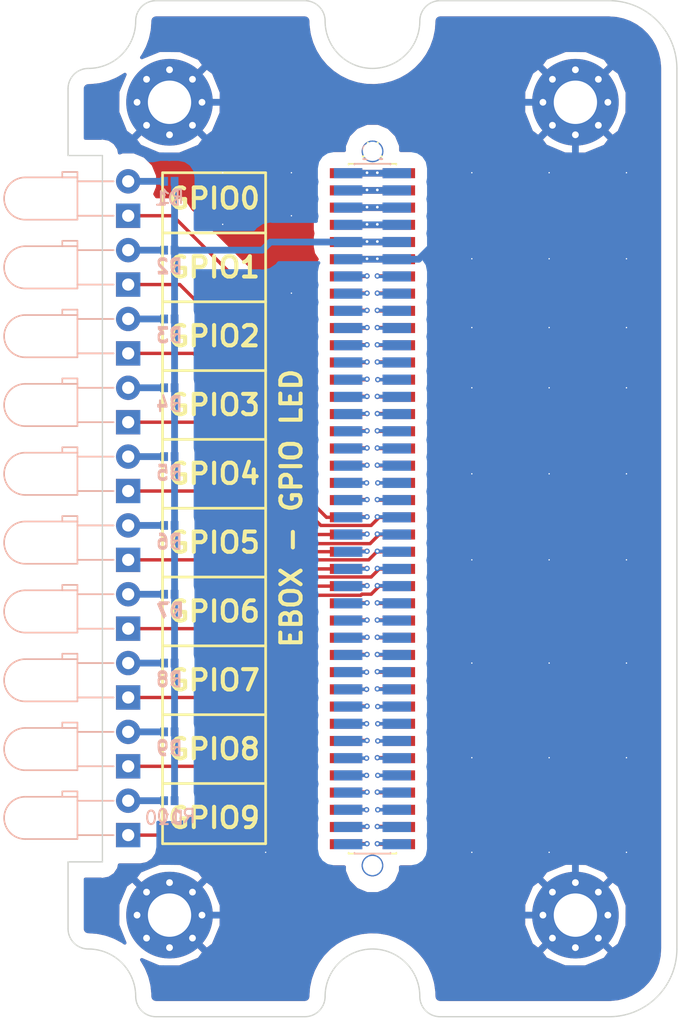
<source format=kicad_pcb>
(kicad_pcb (version 20171130) (host pcbnew "(5.0.0-rc2-dev-107-g49486b83b)")
  (layers (0 F.Cu signal) (31 B.Cu signal) (34 B.Paste user) (35 F.Paste user) (36 B.SilkS user hide) (37 F.SilkS user hide) (38 B.Mask user) (39 F.Mask user) (44 Edge.Cuts user))
  (net 0 "")
  (net 1 /BAT+)
  (net 2 /VCC_5V)
  (net 3 /VCC_1V8)
  (net 4 /VCC_IO)
  (net 5 /UART_TX)
  (net 6 /UART_RX)
  (net 7 /I2C_SDA)
  (net 8 /I2C_SCL)
  (net 9 /SPI_MOSI)
  (net 10 /SPI_CLK)
  (net 11 /SPI_MISO)
  (net 12 /SPI_CS)
  (net 13 /SDIO_D0)
  (net 14 /SDIO_D1)
  (net 15 /SDIO_D2)
  (net 16 /SDIO_D3)
  (net 17 /SDIO_CMD)
  (net 18 /SDIO_CLK)
  (net 19 /I2S_DI)
  (net 20 /I2S_LRCLK)
  (net 21 /I2S_D0)
  (net 22 /I2S_CLK)
  (net 23 /CAH_H)
  (net 24 /CAN_L)
  (net 25 /USB_D+)
  (net 26 /USB_D-)
  (net 27 /PWM0)
  (net 28 /PWM1)
  (net 29 /ADC0)
  (net 30 /ADC1)
  (net 31 /DAC0)
  (net 32 /DAC1)
  (net 33 /GPIO0)
  (net 34 /GPIO1)
  (net 35 /GPIO2)
  (net 36 /GPIO3)
  (net 37 /GPIO4)
  (net 38 /GPIO5)
  (net 39 /GPIO6)
  (net 40 /GPIO7)
  (net 41 /GPIO8)
  (net 42 /GPIO9)
  (net 43 /NC0)
  (net 44 /NC1)
  (net 45 /NC2)
  (net 46 /NC3)
  (net 47 /NC4)
  (net 48 /NC5)
  (net 49 /NC6)
  (net 50 /NC7)
  (net 51 /NC8)
  (net 52 /NC9)
  (net 53 /NC10)
  (net 54 /NC11)
  (net 55 /NC12)
  (net 56 /NC13)
  (net 57 /NC14)
  (net 58 /NC15)
  (net 59 /NC16)
  (net 60 /NC17)
  (net 61 /NC18)
  (net 62 /NC19)
  (net 63 /NC20)
  (net 64 /NC21)
  (net 65 /NC22)
  (net 66 /NC23)
  (net 67 /NC24)
  (net 68 /NC25)
  (net 69 /NC26)
  (net 70 /NC27)
  (net 71 /NC28)
  (net 72 /NC29)
  (net 73 GND)
  (net 74 /VCC_3V3)
  (net 75 "Net-(D1-Pad2)")
  (net 76 "Net-(D2-Pad2)")
  (net 77 "Net-(D3-Pad2)")
  (net 78 "Net-(D4-Pad2)")
  (net 79 "Net-(D5-Pad2)")
  (net 80 "Net-(D6-Pad2)")
  (net 81 "Net-(D7-Pad2)")
  (net 82 "Net-(D8-Pad2)")
  (net 83 "Net-(D9-Pad2)")
  (net 84 "Net-(D10-Pad2)")
  (module xconch:xconch_pinheader_2x40 (layer F.Cu) (at 22.5 37.5)
    (fp_text reference J1 (at 0 -26.46) (layer F.SilkS))
    (fp_text value xconch_pinheader_2x40)
    (pad "" thru_hole circle (at 0 26.3398) (size 1.6 1.6) (drill 1.4) (layers *.Cu *.Mask))
    (pad "" thru_hole circle (at 0.0127 -26.3779) (size 1.6 1.6) (drill 1.4) (layers *.Cu *.Mask))
    (pad 1 smd rect (at -1.95 -24.765) (size 2.4 0.74) (layers F.Cu F.Paste F.Mask) (net 1 /BAT+))
    (pad 2 smd rect (at 1.95 -24.765) (size 2.4 0.74) (layers F.Cu F.Paste F.Mask) (net 1 /BAT+))
    (pad 3 smd rect (at -1.95 -23.495) (size 2.4 0.74) (layers F.Cu F.Paste F.Mask) (net 2 /VCC_5V))
    (pad 4 smd rect (at 1.95 -23.495) (size 2.4 0.74) (layers F.Cu F.Paste F.Mask) (net 2 /VCC_5V))
    (pad 5 smd rect (at -1.95 -22.225) (size 2.4 0.74) (layers F.Cu F.Paste F.Mask) (net 74 /VCC_3V3))
    (pad 6 smd rect (at 1.95 -22.225) (size 2.4 0.74) (layers F.Cu F.Paste F.Mask) (net 74 /VCC_3V3))
    (pad 7 smd rect (at -1.95 -20.955) (size 2.4 0.74) (layers F.Cu F.Paste F.Mask) (net 3 /VCC_1V8))
    (pad 8 smd rect (at 1.95 -20.955) (size 2.4 0.74) (layers F.Cu F.Paste F.Mask) (net 3 /VCC_1V8))
    (pad 9 smd rect (at -1.95 -19.685) (size 2.4 0.74) (layers F.Cu F.Paste F.Mask) (net 4 /VCC_IO))
    (pad 10 smd rect (at 1.95 -19.685) (size 2.4 0.74) (layers F.Cu F.Paste F.Mask) (net 4 /VCC_IO))
    (pad 11 smd rect (at -1.95 -18.415) (size 2.4 0.74) (layers F.Cu F.Paste F.Mask) (net 73 GND))
    (pad 12 smd rect (at 1.95 -18.415) (size 2.4 0.74) (layers F.Cu F.Paste F.Mask) (net 73 GND))
    (pad 13 smd rect (at -1.95 -17.145) (size 2.4 0.74) (layers F.Cu F.Paste F.Mask) (net 5 /UART_TX))
    (pad 14 smd rect (at 1.95 -17.145) (size 2.4 0.74) (layers F.Cu F.Paste F.Mask) (net 6 /UART_RX))
    (pad 15 smd rect (at -1.95 -15.875) (size 2.4 0.74) (layers F.Cu F.Paste F.Mask) (net 7 /I2C_SDA))
    (pad 16 smd rect (at 1.95 -15.875) (size 2.4 0.74) (layers F.Cu F.Paste F.Mask) (net 8 /I2C_SCL))
    (pad 17 smd rect (at -1.95 -14.605) (size 2.4 0.74) (layers F.Cu F.Paste F.Mask) (net 9 /SPI_MOSI))
    (pad 18 smd rect (at 1.95 -14.605) (size 2.4 0.74) (layers F.Cu F.Paste F.Mask) (net 10 /SPI_CLK))
    (pad 19 smd rect (at -1.95 -13.335) (size 2.4 0.74) (layers F.Cu F.Paste F.Mask) (net 11 /SPI_MISO))
    (pad 20 smd rect (at 1.95 -13.335) (size 2.4 0.74) (layers F.Cu F.Paste F.Mask) (net 12 /SPI_CS))
    (pad 21 smd rect (at -1.95 -12.065) (size 2.4 0.74) (layers F.Cu F.Paste F.Mask) (net 13 /SDIO_D0))
    (pad 22 smd rect (at 1.95 -12.065) (size 2.4 0.74) (layers F.Cu F.Paste F.Mask) (net 14 /SDIO_D1))
    (pad 23 smd rect (at -1.95 -10.795) (size 2.4 0.74) (layers F.Cu F.Paste F.Mask) (net 15 /SDIO_D2))
    (pad 24 smd rect (at 1.95 -10.795) (size 2.4 0.74) (layers F.Cu F.Paste F.Mask) (net 16 /SDIO_D3))
    (pad 25 smd rect (at -1.95 -9.525) (size 2.4 0.74) (layers F.Cu F.Paste F.Mask) (net 17 /SDIO_CMD))
    (pad 26 smd rect (at 1.95 -9.525) (size 2.4 0.74) (layers F.Cu F.Paste F.Mask) (net 18 /SDIO_CLK))
    (pad 27 smd rect (at -1.95 -8.255) (size 2.4 0.74) (layers F.Cu F.Paste F.Mask) (net 19 /I2S_DI))
    (pad 28 smd rect (at 1.95 -8.255) (size 2.4 0.74) (layers F.Cu F.Paste F.Mask) (net 20 /I2S_LRCLK))
    (pad 29 smd rect (at -1.95 -6.985) (size 2.4 0.74) (layers F.Cu F.Paste F.Mask) (net 21 /I2S_D0))
    (pad 30 smd rect (at 1.95 -6.985) (size 2.4 0.74) (layers F.Cu F.Paste F.Mask) (net 22 /I2S_CLK))
    (pad 31 smd rect (at -1.95 -5.715) (size 2.4 0.74) (layers F.Cu F.Paste F.Mask) (net 23 /CAH_H))
    (pad 32 smd rect (at 1.95 -5.715) (size 2.4 0.74) (layers F.Cu F.Paste F.Mask) (net 24 /CAN_L))
    (pad 33 smd rect (at -1.95 -4.445) (size 2.4 0.74) (layers F.Cu F.Paste F.Mask) (net 25 /USB_D+))
    (pad 34 smd rect (at 1.95 -4.445) (size 2.4 0.74) (layers F.Cu F.Paste F.Mask) (net 26 /USB_D-))
    (pad 35 smd rect (at -1.95 -3.175) (size 2.4 0.74) (layers F.Cu F.Paste F.Mask) (net 27 /PWM0))
    (pad 36 smd rect (at 1.95 -3.175) (size 2.4 0.74) (layers F.Cu F.Paste F.Mask) (net 28 /PWM1))
    (pad 37 smd rect (at -1.95 -1.905) (size 2.4 0.74) (layers F.Cu F.Paste F.Mask) (net 29 /ADC0))
    (pad 38 smd rect (at 1.95 -1.905) (size 2.4 0.74) (layers F.Cu F.Paste F.Mask) (net 30 /ADC1))
    (pad 39 smd rect (at -1.95 -0.635) (size 2.4 0.74) (layers F.Cu F.Paste F.Mask) (net 31 /DAC0))
    (pad 40 smd rect (at 1.95 -0.635) (size 2.4 0.74) (layers F.Cu F.Paste F.Mask) (net 32 /DAC1))
    (pad 41 smd rect (at -1.95 0.635) (size 2.4 0.74) (layers F.Cu F.Paste F.Mask) (net 33 /GPIO0))
    (pad 42 smd rect (at 1.95 0.635) (size 2.4 0.74) (layers F.Cu F.Paste F.Mask) (net 34 /GPIO1))
    (pad 43 smd rect (at -1.95 1.905) (size 2.4 0.74) (layers F.Cu F.Paste F.Mask) (net 35 /GPIO2))
    (pad 44 smd rect (at 1.95 1.905) (size 2.4 0.74) (layers F.Cu F.Paste F.Mask) (net 36 /GPIO3))
    (pad 45 smd rect (at -1.95 3.175) (size 2.4 0.74) (layers F.Cu F.Paste F.Mask) (net 37 /GPIO4))
    (pad 46 smd rect (at 1.95 3.175) (size 2.4 0.74) (layers F.Cu F.Paste F.Mask) (net 38 /GPIO5))
    (pad 47 smd rect (at -1.95 4.445) (size 2.4 0.74) (layers F.Cu F.Paste F.Mask) (net 39 /GPIO6))
    (pad 48 smd rect (at 1.95 4.445) (size 2.4 0.74) (layers F.Cu F.Paste F.Mask) (net 40 /GPIO7))
    (pad 49 smd rect (at -1.95 5.715) (size 2.4 0.74) (layers F.Cu F.Paste F.Mask) (net 41 /GPIO8))
    (pad 50 smd rect (at 1.95 5.715) (size 2.4 0.74) (layers F.Cu F.Paste F.Mask) (net 42 /GPIO9))
    (pad 51 smd rect (at -1.95 6.985) (size 2.4 0.74) (layers F.Cu F.Paste F.Mask) (net 43 /NC0))
    (pad 52 smd rect (at 1.95 6.985) (size 2.4 0.74) (layers F.Cu F.Paste F.Mask) (net 44 /NC1))
    (pad 53 smd rect (at -1.95 8.255) (size 2.4 0.74) (layers F.Cu F.Paste F.Mask) (net 45 /NC2))
    (pad 54 smd rect (at 1.95 8.255) (size 2.4 0.74) (layers F.Cu F.Paste F.Mask) (net 46 /NC3))
    (pad 55 smd rect (at -1.95 9.525) (size 2.4 0.74) (layers F.Cu F.Paste F.Mask) (net 47 /NC4))
    (pad 56 smd rect (at 1.95 9.525) (size 2.4 0.74) (layers F.Cu F.Paste F.Mask) (net 48 /NC5))
    (pad 57 smd rect (at -1.95 10.795) (size 2.4 0.74) (layers F.Cu F.Paste F.Mask) (net 49 /NC6))
    (pad 58 smd rect (at 1.95 10.795) (size 2.4 0.74) (layers F.Cu F.Paste F.Mask) (net 50 /NC7))
    (pad 59 smd rect (at -1.95 12.065) (size 2.4 0.74) (layers F.Cu F.Paste F.Mask) (net 51 /NC8))
    (pad 60 smd rect (at 1.95 12.065) (size 2.4 0.74) (layers F.Cu F.Paste F.Mask) (net 52 /NC9))
    (pad 61 smd rect (at -1.95 13.335) (size 2.4 0.74) (layers F.Cu F.Paste F.Mask) (net 53 /NC10))
    (pad 62 smd rect (at 1.95 13.335) (size 2.4 0.74) (layers F.Cu F.Paste F.Mask) (net 54 /NC11))
    (pad 63 smd rect (at -1.95 14.605) (size 2.4 0.74) (layers F.Cu F.Paste F.Mask) (net 55 /NC12))
    (pad 64 smd rect (at 1.95 14.605) (size 2.4 0.74) (layers F.Cu F.Paste F.Mask) (net 56 /NC13))
    (pad 65 smd rect (at -1.95 15.875) (size 2.4 0.74) (layers F.Cu F.Paste F.Mask) (net 57 /NC14))
    (pad 66 smd rect (at 1.95 15.875) (size 2.4 0.74) (layers F.Cu F.Paste F.Mask) (net 58 /NC15))
    (pad 67 smd rect (at -1.95 17.145) (size 2.4 0.74) (layers F.Cu F.Paste F.Mask) (net 59 /NC16))
    (pad 68 smd rect (at 1.95 17.145) (size 2.4 0.74) (layers F.Cu F.Paste F.Mask) (net 60 /NC17))
    (pad 69 smd rect (at -1.95 18.415) (size 2.4 0.74) (layers F.Cu F.Paste F.Mask) (net 61 /NC18))
    (pad 70 smd rect (at 1.95 18.415) (size 2.4 0.74) (layers F.Cu F.Paste F.Mask) (net 62 /NC19))
    (pad 71 smd rect (at -1.95 19.685) (size 2.4 0.74) (layers F.Cu F.Paste F.Mask) (net 63 /NC20))
    (pad 72 smd rect (at 1.95 19.685) (size 2.4 0.74) (layers F.Cu F.Paste F.Mask) (net 64 /NC21))
    (pad 73 smd rect (at -1.95 20.955) (size 2.4 0.74) (layers F.Cu F.Paste F.Mask) (net 65 /NC22))
    (pad 74 smd rect (at 1.95 20.955) (size 2.4 0.74) (layers F.Cu F.Paste F.Mask) (net 66 /NC23))
    (pad 75 smd rect (at -1.95 22.225) (size 2.4 0.74) (layers F.Cu F.Paste F.Mask) (net 67 /NC24))
    (pad 76 smd rect (at 1.95 22.225) (size 2.4 0.74) (layers F.Cu F.Paste F.Mask) (net 68 /NC25))
    (pad 77 smd rect (at -1.95 23.495) (size 2.4 0.74) (layers F.Cu F.Paste F.Mask) (net 69 /NC26))
    (pad 78 smd rect (at 1.95 23.495) (size 2.4 0.74) (layers F.Cu F.Paste F.Mask) (net 70 /NC27))
    (pad 79 smd rect (at -1.95 24.765) (size 2.4 0.74) (layers F.Cu F.Paste F.Mask) (net 71 /NC28))
    (pad 80 smd rect (at 1.95 24.765) (size 2.4 0.74) (layers F.Cu F.Paste F.Mask) (net 72 /NC29))
  )
  (module xconch:xconch_pinsocket_2x40 (layer B.Cu) (at 22.5 37.5 180)
    (fp_text reference J2 (at 0 26.265 180) (layer B.SilkS) (effects (justify mirror)))
    (fp_text value xconch_pinsocket_2x40)
    (pad "" thru_hole circle (at 0 -26.3398 180) (size 1.6 1.6) (drill 1.4) (layers *.Cu *.Mask))
    (pad "" thru_hole circle (at 0 26.3779 180) (size 1.6 1.6) (drill 1.4) (layers *.Cu *.Mask))
    (pad 79 smd rect (at -1.8 -24.765 180) (size 2.1 0.75) (layers B.Cu B.Paste B.Mask) (net 72 /NC29))
    (pad 80 smd rect (at 1.8 -24.765 180) (size 2.1 0.75) (layers B.Cu B.Paste B.Mask) (net 71 /NC28))
    (pad 77 smd rect (at -1.8 -23.495 180) (size 2.1 0.75) (layers B.Cu B.Paste B.Mask) (net 70 /NC27))
    (pad 78 smd rect (at 1.8 -23.495 180) (size 2.1 0.75) (layers B.Cu B.Paste B.Mask) (net 69 /NC26))
    (pad 75 smd rect (at -1.8 -22.225 180) (size 2.1 0.75) (layers B.Cu B.Paste B.Mask) (net 68 /NC25))
    (pad 76 smd rect (at 1.8 -22.225 180) (size 2.1 0.75) (layers B.Cu B.Paste B.Mask) (net 67 /NC24))
    (pad 73 smd rect (at -1.8 -20.955 180) (size 2.1 0.75) (layers B.Cu B.Paste B.Mask) (net 66 /NC23))
    (pad 74 smd rect (at 1.8 -20.955 180) (size 2.1 0.75) (layers B.Cu B.Paste B.Mask) (net 65 /NC22))
    (pad 71 smd rect (at -1.8 -19.685 180) (size 2.1 0.75) (layers B.Cu B.Paste B.Mask) (net 64 /NC21))
    (pad 72 smd rect (at 1.8 -19.685 180) (size 2.1 0.75) (layers B.Cu B.Paste B.Mask) (net 63 /NC20))
    (pad 69 smd rect (at -1.8 -18.415 180) (size 2.1 0.75) (layers B.Cu B.Paste B.Mask) (net 62 /NC19))
    (pad 70 smd rect (at 1.8 -18.415 180) (size 2.1 0.75) (layers B.Cu B.Paste B.Mask) (net 61 /NC18))
    (pad 67 smd rect (at -1.8 -17.145 180) (size 2.1 0.75) (layers B.Cu B.Paste B.Mask) (net 60 /NC17))
    (pad 68 smd rect (at 1.8 -17.145 180) (size 2.1 0.75) (layers B.Cu B.Paste B.Mask) (net 59 /NC16))
    (pad 65 smd rect (at -1.8 -15.875 180) (size 2.1 0.75) (layers B.Cu B.Paste B.Mask) (net 58 /NC15))
    (pad 66 smd rect (at 1.8 -15.875 180) (size 2.1 0.75) (layers B.Cu B.Paste B.Mask) (net 57 /NC14))
    (pad 63 smd rect (at -1.8 -14.605 180) (size 2.1 0.75) (layers B.Cu B.Paste B.Mask) (net 56 /NC13))
    (pad 64 smd rect (at 1.8 -14.605 180) (size 2.1 0.75) (layers B.Cu B.Paste B.Mask) (net 55 /NC12))
    (pad 61 smd rect (at -1.8 -13.335 180) (size 2.1 0.75) (layers B.Cu B.Paste B.Mask) (net 54 /NC11))
    (pad 62 smd rect (at 1.8 -13.335 180) (size 2.1 0.75) (layers B.Cu B.Paste B.Mask) (net 53 /NC10))
    (pad 59 smd rect (at -1.8 -12.065 180) (size 2.1 0.75) (layers B.Cu B.Paste B.Mask) (net 52 /NC9))
    (pad 60 smd rect (at 1.8 -12.065 180) (size 2.1 0.75) (layers B.Cu B.Paste B.Mask) (net 51 /NC8))
    (pad 57 smd rect (at -1.8 -10.795 180) (size 2.1 0.75) (layers B.Cu B.Paste B.Mask) (net 50 /NC7))
    (pad 58 smd rect (at 1.8 -10.795 180) (size 2.1 0.75) (layers B.Cu B.Paste B.Mask) (net 49 /NC6))
    (pad 55 smd rect (at -1.8 -9.525 180) (size 2.1 0.75) (layers B.Cu B.Paste B.Mask) (net 48 /NC5))
    (pad 56 smd rect (at 1.8 -9.525 180) (size 2.1 0.75) (layers B.Cu B.Paste B.Mask) (net 47 /NC4))
    (pad 53 smd rect (at -1.8 -8.255 180) (size 2.1 0.75) (layers B.Cu B.Paste B.Mask) (net 46 /NC3))
    (pad 54 smd rect (at 1.8 -8.255 180) (size 2.1 0.75) (layers B.Cu B.Paste B.Mask) (net 45 /NC2))
    (pad 51 smd rect (at -1.8 -6.985 180) (size 2.1 0.75) (layers B.Cu B.Paste B.Mask) (net 44 /NC1))
    (pad 52 smd rect (at 1.8 -6.985 180) (size 2.1 0.75) (layers B.Cu B.Paste B.Mask) (net 43 /NC0))
    (pad 49 smd rect (at -1.8 -5.715 180) (size 2.1 0.75) (layers B.Cu B.Paste B.Mask) (net 42 /GPIO9))
    (pad 50 smd rect (at 1.8 -5.715 180) (size 2.1 0.75) (layers B.Cu B.Paste B.Mask) (net 41 /GPIO8))
    (pad 47 smd rect (at -1.8 -4.445 180) (size 2.1 0.75) (layers B.Cu B.Paste B.Mask) (net 40 /GPIO7))
    (pad 48 smd rect (at 1.8 -4.445 180) (size 2.1 0.75) (layers B.Cu B.Paste B.Mask) (net 39 /GPIO6))
    (pad 45 smd rect (at -1.8 -3.175 180) (size 2.1 0.75) (layers B.Cu B.Paste B.Mask) (net 38 /GPIO5))
    (pad 46 smd rect (at 1.8 -3.175 180) (size 2.1 0.75) (layers B.Cu B.Paste B.Mask) (net 37 /GPIO4))
    (pad 43 smd rect (at -1.8 -1.905 180) (size 2.1 0.75) (layers B.Cu B.Paste B.Mask) (net 36 /GPIO3))
    (pad 44 smd rect (at 1.8 -1.905 180) (size 2.1 0.75) (layers B.Cu B.Paste B.Mask) (net 35 /GPIO2))
    (pad 41 smd rect (at -1.8 -0.635 180) (size 2.1 0.75) (layers B.Cu B.Paste B.Mask) (net 34 /GPIO1))
    (pad 42 smd rect (at 1.8 -0.635 180) (size 2.1 0.75) (layers B.Cu B.Paste B.Mask) (net 33 /GPIO0))
    (pad 39 smd rect (at -1.8 0.635 180) (size 2.1 0.75) (layers B.Cu B.Paste B.Mask) (net 32 /DAC1))
    (pad 40 smd rect (at 1.8 0.635 180) (size 2.1 0.75) (layers B.Cu B.Paste B.Mask) (net 31 /DAC0))
    (pad 37 smd rect (at -1.8 1.905 180) (size 2.1 0.75) (layers B.Cu B.Paste B.Mask) (net 30 /ADC1))
    (pad 38 smd rect (at 1.8 1.905 180) (size 2.1 0.75) (layers B.Cu B.Paste B.Mask) (net 29 /ADC0))
    (pad 35 smd rect (at -1.8 3.175 180) (size 2.1 0.75) (layers B.Cu B.Paste B.Mask) (net 28 /PWM1))
    (pad 36 smd rect (at 1.8 3.175 180) (size 2.1 0.75) (layers B.Cu B.Paste B.Mask) (net 27 /PWM0))
    (pad 33 smd rect (at -1.8 4.445 180) (size 2.1 0.75) (layers B.Cu B.Paste B.Mask) (net 26 /USB_D-))
    (pad 34 smd rect (at 1.8 4.445 180) (size 2.1 0.75) (layers B.Cu B.Paste B.Mask) (net 25 /USB_D+))
    (pad 31 smd rect (at -1.8 5.715 180) (size 2.1 0.75) (layers B.Cu B.Paste B.Mask) (net 24 /CAN_L))
    (pad 32 smd rect (at 1.8 5.715 180) (size 2.1 0.75) (layers B.Cu B.Paste B.Mask) (net 23 /CAH_H))
    (pad 29 smd rect (at -1.8 6.985 180) (size 2.1 0.75) (layers B.Cu B.Paste B.Mask) (net 22 /I2S_CLK))
    (pad 30 smd rect (at 1.8 6.985 180) (size 2.1 0.75) (layers B.Cu B.Paste B.Mask) (net 21 /I2S_D0))
    (pad 27 smd rect (at -1.8 8.255 180) (size 2.1 0.75) (layers B.Cu B.Paste B.Mask) (net 20 /I2S_LRCLK))
    (pad 28 smd rect (at 1.8 8.255 180) (size 2.1 0.75) (layers B.Cu B.Paste B.Mask) (net 19 /I2S_DI))
    (pad 25 smd rect (at -1.8 9.525 180) (size 2.1 0.75) (layers B.Cu B.Paste B.Mask) (net 18 /SDIO_CLK))
    (pad 26 smd rect (at 1.8 9.525 180) (size 2.1 0.75) (layers B.Cu B.Paste B.Mask) (net 17 /SDIO_CMD))
    (pad 23 smd rect (at -1.8 10.795 180) (size 2.1 0.75) (layers B.Cu B.Paste B.Mask) (net 16 /SDIO_D3))
    (pad 24 smd rect (at 1.8 10.795 180) (size 2.1 0.75) (layers B.Cu B.Paste B.Mask) (net 15 /SDIO_D2))
    (pad 21 smd rect (at -1.8 12.065 180) (size 2.1 0.75) (layers B.Cu B.Paste B.Mask) (net 14 /SDIO_D1))
    (pad 22 smd rect (at 1.8 12.065 180) (size 2.1 0.75) (layers B.Cu B.Paste B.Mask) (net 13 /SDIO_D0))
    (pad 19 smd rect (at -1.8 13.335 180) (size 2.1 0.75) (layers B.Cu B.Paste B.Mask) (net 12 /SPI_CS))
    (pad 20 smd rect (at 1.8 13.335 180) (size 2.1 0.75) (layers B.Cu B.Paste B.Mask) (net 11 /SPI_MISO))
    (pad 17 smd rect (at -1.8 14.605 180) (size 2.1 0.75) (layers B.Cu B.Paste B.Mask) (net 10 /SPI_CLK))
    (pad 18 smd rect (at 1.8 14.605 180) (size 2.1 0.75) (layers B.Cu B.Paste B.Mask) (net 9 /SPI_MOSI))
    (pad 15 smd rect (at -1.8 15.875 180) (size 2.1 0.75) (layers B.Cu B.Paste B.Mask) (net 8 /I2C_SCL))
    (pad 16 smd rect (at 1.8 15.875 180) (size 2.1 0.75) (layers B.Cu B.Paste B.Mask) (net 7 /I2C_SDA))
    (pad 13 smd rect (at -1.8 17.145 180) (size 2.1 0.75) (layers B.Cu B.Paste B.Mask) (net 6 /UART_RX))
    (pad 14 smd rect (at 1.8 17.145 180) (size 2.1 0.75) (layers B.Cu B.Paste B.Mask) (net 5 /UART_TX))
    (pad 11 smd rect (at -1.8 18.415 180) (size 2.1 0.75) (layers B.Cu B.Paste B.Mask) (net 73 GND))
    (pad 12 smd rect (at 1.8 18.415 180) (size 2.1 0.75) (layers B.Cu B.Paste B.Mask) (net 73 GND))
    (pad 9 smd rect (at -1.8 19.685 180) (size 2.1 0.75) (layers B.Cu B.Paste B.Mask) (net 4 /VCC_IO))
    (pad 10 smd rect (at 1.8 19.685 180) (size 2.1 0.75) (layers B.Cu B.Paste B.Mask) (net 4 /VCC_IO))
    (pad 7 smd rect (at -1.8 20.955 180) (size 2.1 0.75) (layers B.Cu B.Paste B.Mask) (net 3 /VCC_1V8))
    (pad 8 smd rect (at 1.8 20.955 180) (size 2.1 0.75) (layers B.Cu B.Paste B.Mask) (net 3 /VCC_1V8))
    (pad 5 smd rect (at -1.8 22.225 180) (size 2.1 0.75) (layers B.Cu B.Paste B.Mask) (net 74 /VCC_3V3))
    (pad 6 smd rect (at 1.8 22.225 180) (size 2.1 0.75) (layers B.Cu B.Paste B.Mask) (net 74 /VCC_3V3))
    (pad 3 smd rect (at -1.8 23.495 180) (size 2.1 0.75) (layers B.Cu B.Paste B.Mask) (net 2 /VCC_5V))
    (pad 4 smd rect (at 1.8 23.495 180) (size 2.1 0.75) (layers B.Cu B.Paste B.Mask) (net 2 /VCC_5V))
    (pad 1 smd rect (at -1.8 24.765 180) (size 2.1 0.75) (layers B.Cu B.Paste B.Mask) (net 1 /BAT+))
    (pad 2 smd rect (at 1.8 24.765 180) (size 2.1 0.75) (layers B.Cu B.Paste B.Mask) (net 1 /BAT+))
  )
  (module Resistor_SMD:R_0402_1005Metric (layer B.Cu) (at 7.4865 13.335 180)
    (fp_text reference R1 (at -0.1205 -1.143 180) (layer B.SilkS) (effects (justify mirror)))
    (fp_text value 100)
    (pad 1 smd rect (at -0.3875 0 180) (size 0.575 0.65) (layers B.Cu B.Paste B.Mask) (net 4 /VCC_IO))
    (pad 2 smd rect (at 0.3875 0 180) (size 0.575 0.65) (layers B.Cu B.Paste B.Mask) (net 75 "Net-(D1-Pad2)"))
  )
  (module Resistor_SMD:R_0402_1005Metric (layer B.Cu) (at 7.4865 18.415 180)
    (fp_text reference R2 (at 0.0065 -1.143 180) (layer B.SilkS) (effects (justify mirror)))
    (fp_text value 100)
    (pad 1 smd rect (at -0.3875 0 180) (size 0.575 0.65) (layers B.Cu B.Paste B.Mask) (net 4 /VCC_IO))
    (pad 2 smd rect (at 0.3875 0 180) (size 0.575 0.65) (layers B.Cu B.Paste B.Mask) (net 76 "Net-(D2-Pad2)"))
  )
  (module MountingHole:MountingHole_3.2mm_M3_Pad_Via (layer F.Cu) (at 7.5 7.5)
    (fp_text reference MK1 hide)
    (fp_text value Mounting_Hole_PAD)
    (pad 1 thru_hole circle (at 1.697056 -1.697056) (size 0.8 0.8) (drill 0.5) (layers *.Cu *.Mask) (net 73 GND))
    (pad 1 thru_hole circle (at 0 -2.4) (size 0.8 0.8) (drill 0.5) (layers *.Cu *.Mask) (net 73 GND))
    (pad 1 thru_hole circle (at -1.697056 -1.697056) (size 0.8 0.8) (drill 0.5) (layers *.Cu *.Mask) (net 73 GND))
    (pad 1 thru_hole circle (at -2.4 0) (size 0.8 0.8) (drill 0.5) (layers *.Cu *.Mask) (net 73 GND))
    (pad 1 thru_hole circle (at -1.697056 1.697056) (size 0.8 0.8) (drill 0.5) (layers *.Cu *.Mask) (net 73 GND))
    (pad 1 thru_hole circle (at 0 2.4) (size 0.8 0.8) (drill 0.5) (layers *.Cu *.Mask) (net 73 GND))
    (pad 1 thru_hole circle (at 1.697056 1.697056) (size 0.8 0.8) (drill 0.5) (layers *.Cu *.Mask) (net 73 GND))
    (pad 1 thru_hole circle (at 2.4 0) (size 0.8 0.8) (drill 0.5) (layers *.Cu *.Mask) (net 73 GND))
    (pad 1 thru_hole circle (at 0 0) (size 6.4 6.4) (drill 3.2) (layers *.Cu *.Mask) (net 73 GND))
  )
  (module MountingHole:MountingHole_3.2mm_M3_Pad_Via (layer F.Cu) (at 37.5 7.5)
    (fp_text reference MK2 hide)
    (fp_text value Mounting_Hole_PAD)
    (pad 1 thru_hole circle (at 1.697056 -1.697056) (size 0.8 0.8) (drill 0.5) (layers *.Cu *.Mask) (net 73 GND))
    (pad 1 thru_hole circle (at 0 -2.4) (size 0.8 0.8) (drill 0.5) (layers *.Cu *.Mask) (net 73 GND))
    (pad 1 thru_hole circle (at -1.697056 -1.697056) (size 0.8 0.8) (drill 0.5) (layers *.Cu *.Mask) (net 73 GND))
    (pad 1 thru_hole circle (at -2.4 0) (size 0.8 0.8) (drill 0.5) (layers *.Cu *.Mask) (net 73 GND))
    (pad 1 thru_hole circle (at -1.697056 1.697056) (size 0.8 0.8) (drill 0.5) (layers *.Cu *.Mask) (net 73 GND))
    (pad 1 thru_hole circle (at 0 2.4) (size 0.8 0.8) (drill 0.5) (layers *.Cu *.Mask) (net 73 GND))
    (pad 1 thru_hole circle (at 1.697056 1.697056) (size 0.8 0.8) (drill 0.5) (layers *.Cu *.Mask) (net 73 GND))
    (pad 1 thru_hole circle (at 2.4 0) (size 0.8 0.8) (drill 0.5) (layers *.Cu *.Mask) (net 73 GND))
    (pad 1 thru_hole circle (at 0 0) (size 6.4 6.4) (drill 3.2) (layers *.Cu *.Mask) (net 73 GND))
  )
  (module MountingHole:MountingHole_3.2mm_M3_Pad_Via (layer F.Cu) (at 7.5 67.5)
    (fp_text reference MK3 hide)
    (fp_text value Mounting_Hole_PAD)
    (pad 1 thru_hole circle (at 1.697056 -1.697056) (size 0.8 0.8) (drill 0.5) (layers *.Cu *.Mask) (net 73 GND))
    (pad 1 thru_hole circle (at 0 -2.4) (size 0.8 0.8) (drill 0.5) (layers *.Cu *.Mask) (net 73 GND))
    (pad 1 thru_hole circle (at -1.697056 -1.697056) (size 0.8 0.8) (drill 0.5) (layers *.Cu *.Mask) (net 73 GND))
    (pad 1 thru_hole circle (at -2.4 0) (size 0.8 0.8) (drill 0.5) (layers *.Cu *.Mask) (net 73 GND))
    (pad 1 thru_hole circle (at -1.697056 1.697056) (size 0.8 0.8) (drill 0.5) (layers *.Cu *.Mask) (net 73 GND))
    (pad 1 thru_hole circle (at 0 2.4) (size 0.8 0.8) (drill 0.5) (layers *.Cu *.Mask) (net 73 GND))
    (pad 1 thru_hole circle (at 1.697056 1.697056) (size 0.8 0.8) (drill 0.5) (layers *.Cu *.Mask) (net 73 GND))
    (pad 1 thru_hole circle (at 2.4 0) (size 0.8 0.8) (drill 0.5) (layers *.Cu *.Mask) (net 73 GND))
    (pad 1 thru_hole circle (at 0 0) (size 6.4 6.4) (drill 3.2) (layers *.Cu *.Mask) (net 73 GND))
  )
  (module MountingHole:MountingHole_3.2mm_M3_Pad_Via (layer F.Cu) (at 37.5 67.5)
    (fp_text reference MK4 hide)
    (fp_text value Mounting_Hole_PAD)
    (pad 1 thru_hole circle (at 1.697056 -1.697056) (size 0.8 0.8) (drill 0.5) (layers *.Cu *.Mask) (net 73 GND))
    (pad 1 thru_hole circle (at 0 -2.4) (size 0.8 0.8) (drill 0.5) (layers *.Cu *.Mask) (net 73 GND))
    (pad 1 thru_hole circle (at -1.697056 -1.697056) (size 0.8 0.8) (drill 0.5) (layers *.Cu *.Mask) (net 73 GND))
    (pad 1 thru_hole circle (at -2.4 0) (size 0.8 0.8) (drill 0.5) (layers *.Cu *.Mask) (net 73 GND))
    (pad 1 thru_hole circle (at -1.697056 1.697056) (size 0.8 0.8) (drill 0.5) (layers *.Cu *.Mask) (net 73 GND))
    (pad 1 thru_hole circle (at 0 2.4) (size 0.8 0.8) (drill 0.5) (layers *.Cu *.Mask) (net 73 GND))
    (pad 1 thru_hole circle (at 1.697056 1.697056) (size 0.8 0.8) (drill 0.5) (layers *.Cu *.Mask) (net 73 GND))
    (pad 1 thru_hole circle (at 2.4 0) (size 0.8 0.8) (drill 0.5) (layers *.Cu *.Mask) (net 73 GND))
    (pad 1 thru_hole circle (at 0 0) (size 6.4 6.4) (drill 3.2) (layers *.Cu *.Mask) (net 73 GND))
  )
  (module Resistor_SMD:R_0402_1005Metric (layer B.Cu) (at 7.4865 23.495 180)
    (fp_text reference R3 (at 0 -1.143 180) (layer B.SilkS) (effects (justify mirror)))
    (fp_text value 100)
    (pad 2 smd rect (at 0.3875 0 180) (size 0.575 0.65) (layers B.Cu B.Paste B.Mask) (net 77 "Net-(D3-Pad2)"))
    (pad 1 smd rect (at -0.3875 0 180) (size 0.575 0.65) (layers B.Cu B.Paste B.Mask) (net 4 /VCC_IO))
  )
  (module Resistor_SMD:R_0402_1005Metric (layer B.Cu) (at 7.4865 28.575 180)
    (fp_text reference R4 (at 0 -1.143 180) (layer B.SilkS) (effects (justify mirror)))
    (fp_text value 100)
    (pad 1 smd rect (at -0.3875 0 180) (size 0.575 0.65) (layers B.Cu B.Paste B.Mask) (net 4 /VCC_IO))
    (pad 2 smd rect (at 0.3875 0 180) (size 0.575 0.65) (layers B.Cu B.Paste B.Mask) (net 78 "Net-(D4-Pad2)"))
  )
  (module Resistor_SMD:R_0402_1005Metric (layer B.Cu) (at 7.4865 33.655 180)
    (fp_text reference R5 (at 0 -1.143 180) (layer B.SilkS) (effects (justify mirror)))
    (fp_text value 100)
    (pad 2 smd rect (at 0.3875 0 180) (size 0.575 0.65) (layers B.Cu B.Paste B.Mask) (net 79 "Net-(D5-Pad2)"))
    (pad 1 smd rect (at -0.3875 0 180) (size 0.575 0.65) (layers B.Cu B.Paste B.Mask) (net 4 /VCC_IO))
  )
  (module Resistor_SMD:R_0402_1005Metric (layer B.Cu) (at 7.4865 38.735 180)
    (fp_text reference R6 (at 0 -1.143 180) (layer B.SilkS) (effects (justify mirror)))
    (fp_text value 100)
    (pad 1 smd rect (at -0.3875 0 180) (size 0.575 0.65) (layers B.Cu B.Paste B.Mask) (net 4 /VCC_IO))
    (pad 2 smd rect (at 0.3875 0 180) (size 0.575 0.65) (layers B.Cu B.Paste B.Mask) (net 80 "Net-(D6-Pad2)"))
  )
  (module Resistor_SMD:R_0402_1005Metric (layer B.Cu) (at 7.4865 43.815 180)
    (fp_text reference R7 (at -0.1205 -1.143 180) (layer B.SilkS) (effects (justify mirror)))
    (fp_text value 100)
    (pad 2 smd rect (at 0.3875 0 180) (size 0.575 0.65) (layers B.Cu B.Paste B.Mask) (net 81 "Net-(D7-Pad2)"))
    (pad 1 smd rect (at -0.3875 0 180) (size 0.575 0.65) (layers B.Cu B.Paste B.Mask) (net 4 /VCC_IO))
  )
  (module Resistor_SMD:R_0402_1005Metric (layer B.Cu) (at 7.4865 48.895 180)
    (fp_text reference R8 (at 0.0065 -1.143 180) (layer B.SilkS) (effects (justify mirror)))
    (fp_text value 100)
    (pad 1 smd rect (at -0.3875 0 180) (size 0.575 0.65) (layers B.Cu B.Paste B.Mask) (net 4 /VCC_IO))
    (pad 2 smd rect (at 0.3875 0 180) (size 0.575 0.65) (layers B.Cu B.Paste B.Mask) (net 82 "Net-(D8-Pad2)"))
  )
  (module Resistor_SMD:R_0402_1005Metric (layer B.Cu) (at 7.4865 53.975 180)
    (fp_text reference R9 (at 0.0065 -1.143 180) (layer B.SilkS) (effects (justify mirror)))
    (fp_text value 100)
    (pad 2 smd rect (at 0.3875 0 180) (size 0.575 0.65) (layers B.Cu B.Paste B.Mask) (net 83 "Net-(D9-Pad2)"))
    (pad 1 smd rect (at -0.3875 0 180) (size 0.575 0.65) (layers B.Cu B.Paste B.Mask) (net 4 /VCC_IO))
  )
  (module Resistor_SMD:R_0402_1005Metric (layer B.Cu) (at 7.4865 59.055 180)
    (fp_text reference R10 (at -0.5015 -1.143 180) (layer B.SilkS) (effects (justify mirror)))
    (fp_text value 100)
    (pad 1 smd rect (at -0.3875 0 180) (size 0.575 0.65) (layers B.Cu B.Paste B.Mask) (net 4 /VCC_IO))
    (pad 2 smd rect (at 0.3875 0 180) (size 0.575 0.65) (layers B.Cu B.Paste B.Mask) (net 84 "Net-(D10-Pad2)"))
  )
  (module LED_THT:LED_D3.0mm_Horizontal_O3.81mm_Z2.0mm (layer B.Cu) (at 4.445 15.875 90)
    (fp_text reference D1 (at 1.27 2.921 180) (layer B.SilkS) (effects (justify mirror)))
    (fp_text value LD271)
    (pad 2 thru_hole circle (at 2.54 0 90) (size 1.8 1.8) (drill 0.9) (layers *.Cu *.Mask) (net 75 "Net-(D1-Pad2)"))
    (pad 1 thru_hole rect (at 0 0 90) (size 1.8 1.8) (drill 0.9) (layers *.Cu *.Mask) (net 33 /GPIO0))
  )
  (module LED_THT:LED_D3.0mm_Horizontal_O3.81mm_Z2.0mm (layer B.Cu) (at 4.445 20.955 90)
    (fp_text reference D2 (at 1.27 3.048 180) (layer B.SilkS) (effects (justify mirror)))
    (fp_text value LD271)
    (pad 1 thru_hole rect (at 0 0 90) (size 1.8 1.8) (drill 0.9) (layers *.Cu *.Mask) (net 34 /GPIO1))
    (pad 2 thru_hole circle (at 2.54 0 90) (size 1.8 1.8) (drill 0.9) (layers *.Cu *.Mask) (net 76 "Net-(D2-Pad2)"))
  )
  (module LED_THT:LED_D3.0mm_Horizontal_O3.81mm_Z2.0mm (layer B.Cu) (at 4.445 26.035 90)
    (fp_text reference D3 (at 1.27 3.048 180) (layer B.SilkS) (effects (justify mirror)))
    (fp_text value LD271)
    (pad 2 thru_hole circle (at 2.54 0 90) (size 1.8 1.8) (drill 0.9) (layers *.Cu *.Mask) (net 77 "Net-(D3-Pad2)"))
    (pad 1 thru_hole rect (at 0 0 90) (size 1.8 1.8) (drill 0.9) (layers *.Cu *.Mask) (net 35 /GPIO2))
  )
  (module LED_THT:LED_D3.0mm_Horizontal_O3.81mm_Z2.0mm (layer B.Cu) (at 4.445 31.115 90)
    (fp_text reference D4 (at 1.27 3.048 180) (layer B.SilkS) (effects (justify mirror)))
    (fp_text value LD271)
    (pad 1 thru_hole rect (at 0 0 90) (size 1.8 1.8) (drill 0.9) (layers *.Cu *.Mask) (net 36 /GPIO3))
    (pad 2 thru_hole circle (at 2.54 0 90) (size 1.8 1.8) (drill 0.9) (layers *.Cu *.Mask) (net 78 "Net-(D4-Pad2)"))
  )
  (module LED_THT:LED_D3.0mm_Horizontal_O3.81mm_Z2.0mm (layer B.Cu) (at 4.445 36.195 90)
    (fp_text reference D5 (at 1.27 3.048 180) (layer B.SilkS) (effects (justify mirror)))
    (fp_text value LD271)
    (pad 2 thru_hole circle (at 2.54 0 90) (size 1.8 1.8) (drill 0.9) (layers *.Cu *.Mask) (net 79 "Net-(D5-Pad2)"))
    (pad 1 thru_hole rect (at 0 0 90) (size 1.8 1.8) (drill 0.9) (layers *.Cu *.Mask) (net 37 /GPIO4))
  )
  (module LED_THT:LED_D3.0mm_Horizontal_O3.81mm_Z2.0mm (layer B.Cu) (at 4.445 41.275 90)
    (fp_text reference D6 (at 1.27 3.048 180) (layer B.SilkS) (effects (justify mirror)))
    (fp_text value LD271)
    (pad 1 thru_hole rect (at 0 0 90) (size 1.8 1.8) (drill 0.9) (layers *.Cu *.Mask) (net 38 /GPIO5))
    (pad 2 thru_hole circle (at 2.54 0 90) (size 1.8 1.8) (drill 0.9) (layers *.Cu *.Mask) (net 80 "Net-(D6-Pad2)"))
  )
  (module LED_THT:LED_D3.0mm_Horizontal_O3.81mm_Z2.0mm (layer B.Cu) (at 4.445 46.355 90)
    (fp_text reference D7 (at 1.27 3.048 180) (layer B.SilkS) (effects (justify mirror)))
    (fp_text value LD271)
    (pad 1 thru_hole rect (at 0 0 90) (size 1.8 1.8) (drill 0.9) (layers *.Cu *.Mask) (net 39 /GPIO6))
    (pad 2 thru_hole circle (at 2.54 0 90) (size 1.8 1.8) (drill 0.9) (layers *.Cu *.Mask) (net 81 "Net-(D7-Pad2)"))
  )
  (module LED_THT:LED_D3.0mm_Horizontal_O3.81mm_Z2.0mm (layer B.Cu) (at 4.445 51.435 90)
    (fp_text reference D8 (at 1.27 3.048 180) (layer B.SilkS) (effects (justify mirror)))
    (fp_text value LD271)
    (pad 2 thru_hole circle (at 2.54 0 90) (size 1.8 1.8) (drill 0.9) (layers *.Cu *.Mask) (net 82 "Net-(D8-Pad2)"))
    (pad 1 thru_hole rect (at 0 0 90) (size 1.8 1.8) (drill 0.9) (layers *.Cu *.Mask) (net 40 /GPIO7))
  )
  (module LED_THT:LED_D3.0mm_Horizontal_O3.81mm_Z2.0mm (layer B.Cu) (at 4.445 56.515 90)
    (fp_text reference D9 (at 1.27 3.048 180) (layer B.SilkS) (effects (justify mirror)))
    (fp_text value LD271)
    (pad 1 thru_hole rect (at 0 0 90) (size 1.8 1.8) (drill 0.9) (layers *.Cu *.Mask) (net 41 /GPIO8))
    (pad 2 thru_hole circle (at 2.54 0 90) (size 1.8 1.8) (drill 0.9) (layers *.Cu *.Mask) (net 83 "Net-(D9-Pad2)"))
  )
  (module LED_THT:LED_D3.0mm_Horizontal_O3.81mm_Z2.0mm (layer B.Cu) (at 4.445 61.595 90)
    (fp_text reference D10 (at 1.27 2.667 180) (layer B.SilkS) (effects (justify mirror)))
    (fp_text value LD271)
    (pad 2 thru_hole circle (at 2.54 0 90) (size 1.8 1.8) (drill 0.9) (layers *.Cu *.Mask) (net 84 "Net-(D10-Pad2)"))
    (pad 1 thru_hole rect (at 0 0 90) (size 1.8 1.8) (drill 0.9) (layers *.Cu *.Mask) (net 42 /GPIO9))
  )
  (gr_line (start 6.985 57.785) (end 14.605 57.785) (layer F.SilkS) (width 0.2))
  (gr_line (start 6.985 52.705) (end 14.605 52.705) (layer F.SilkS) (width 0.2))
  (gr_line (start 6.985 47.625) (end 14.605 47.625) (layer F.SilkS) (width 0.2))
  (gr_line (start 6.985 42.545) (end 14.605 42.545) (layer F.SilkS) (width 0.2))
  (gr_line (start 6.985 37.465) (end 14.605 37.465) (layer F.SilkS) (width 0.2))
  (gr_line (start 6.985 32.385) (end 14.605 32.385) (layer F.SilkS) (width 0.2))
  (gr_line (start 6.985 27.305) (end 14.605 27.305) (layer F.SilkS) (width 0.2))
  (gr_line (start 6.985 22.225) (end 14.605 22.225) (layer F.SilkS) (width 0.2))
  (gr_line (start 6.985 17.145) (end 14.605 17.145) (layer F.SilkS) (width 0.2))
  (gr_line (start 14.605 62.23) (end 6.985 62.23) (layer F.SilkS) (width 0.2))
  (gr_line (start 14.605 12.7) (end 14.605 62.23) (layer F.SilkS) (width 0.2))
  (gr_line (start 6.985 12.7) (end 14.605 12.7) (layer F.SilkS) (width 0.2))
  (gr_line (start 6.985 12.7) (end 6.985 62.23) (layer F.SilkS) (width 0.2))
  (gr_text GPIO9 (at 10.795 60.325) (layer F.SilkS) (effects (font (size 1.5 1.5) (thickness 0.3))))
  (gr_text GPIO8 (at 10.795 55.245) (layer F.SilkS) (effects (font (size 1.5 1.5) (thickness 0.3))))
  (gr_text GPIO7 (at 10.795 50.165) (layer F.SilkS) (effects (font (size 1.5 1.5) (thickness 0.3))))
  (gr_text GPIO6 (at 10.795 45.085) (layer F.SilkS) (effects (font (size 1.5 1.5) (thickness 0.3))))
  (gr_text GPIO5 (at 10.795 40.005) (layer F.SilkS) (effects (font (size 1.5 1.5) (thickness 0.3))))
  (gr_text GPIO4 (at 10.795 34.925) (layer F.SilkS) (effects (font (size 1.5 1.5) (thickness 0.3))))
  (gr_text GPIO3 (at 10.795 29.845) (layer F.SilkS) (effects (font (size 1.5 1.5) (thickness 0.3))))
  (gr_text GPIO2 (at 10.795 24.765) (layer F.SilkS) (effects (font (size 1.5 1.5) (thickness 0.3))))
  (gr_text GPIO1 (at 10.795 19.685) (layer F.SilkS) (effects (font (size 1.5 1.5) (thickness 0.3))))
  (gr_line (start 6.5 0) (end 17.5 0) (layer Edge.Cuts) (width 0))
  (gr_arc (start 1.5 6.5) (end 1.5 5) (angle -90) (layer Edge.Cuts) (width 0))
  (gr_line (start 0 68.5) (end 0 63.57) (layer Edge.Cuts) (width 0))
  (gr_arc (start 1.5 68.5) (end 0 68.5) (angle -90) (layer Edge.Cuts) (width 0))
  (gr_arc (start 1.5 73.5) (end 5 73.5) (angle -90) (layer Edge.Cuts) (width 0))
  (gr_arc (start 22.5 73.5) (end 26 73.5) (angle -180) (layer Edge.Cuts) (width 0))
  (gr_arc (start 6.5 73.5) (end 5 73.5) (angle -90) (layer Edge.Cuts) (width 0))
  (gr_line (start 17.5 75) (end 6.5 75) (layer Edge.Cuts) (width 0))
  (gr_arc (start 17.5 73.5) (end 17.5 75) (angle -90) (layer Edge.Cuts) (width 0))
  (gr_arc (start 27.5 73.5) (end 26 73.5) (angle -90) (layer Edge.Cuts) (width 0))
  (gr_line (start 40 75) (end 27.5 75) (layer Edge.Cuts) (width 0))
  (gr_arc (start 40 70) (end 40 75) (angle -90) (layer Edge.Cuts) (width 0))
  (gr_line (start 45 5) (end 45 70) (layer Edge.Cuts) (width 0))
  (gr_line (start 27.5 0) (end 40 0) (layer Edge.Cuts) (width 0))
  (gr_arc (start 6.5 1.5) (end 6.5 0) (angle -90) (layer Edge.Cuts) (width 0))
  (gr_arc (start 40 5) (end 45 5) (angle -90) (layer Edge.Cuts) (width 0))
  (gr_arc (start 27.5 1.5) (end 27.5 0) (angle -90) (layer Edge.Cuts) (width 0))
  (gr_arc (start 22.5 1.5) (end 19 1.5) (angle -180) (layer Edge.Cuts) (width 0))
  (gr_arc (start 17.5 1.5) (end 19 1.5) (angle -90) (layer Edge.Cuts) (width 0))
  (gr_arc (start 1.5 1.5) (end 1.5 5) (angle -90) (layer Edge.Cuts) (width 0))
  (gr_line (start 2.54 11.43) (end 0 11.43) (layer Edge.Cuts) (width 0))
  (gr_line (start 2.54 63.57) (end 2.54 11.43) (layer Edge.Cuts) (width 0))
  (gr_line (start 0 11.43) (end 0 6.5) (layer Edge.Cuts) (width 0))
  (gr_line (start 0 63.57) (end 2.54 63.57) (layer Edge.Cuts) (width 0))
  (gr_text "EBOX - GPIO LED" (at 16.51 37.465 90) (layer F.SilkS) (effects (font (size 1.5 1.5) (thickness 0.3))))
  (gr_text GPIO0 (at 10.795 14.605) (layer F.SilkS) (effects (font (size 1.5 1.5) (thickness 0.3))))
  (via (at 22.86 15.24) (size 0.4) (drill 0.2) (layers F.Cu B.Cu) (net 0))
  (via (at 22.098 15.24) (size 0.4) (drill 0.2) (layers F.Cu B.Cu) (net 0))
  (via (at 22.86 19.05) (size 0.4) (drill 0.2) (layers F.Cu B.Cu) (net 0))
  (via (at 22.86 17.78) (size 0.4) (drill 0.2) (layers F.Cu B.Cu) (net 0))
  (via (at 22.86 16.51) (size 0.4) (drill 0.2) (layers F.Cu B.Cu) (net 0))
  (via (at 22.86 13.97) (size 0.4) (drill 0.2) (layers F.Cu B.Cu) (net 0))
  (via (at 22.86 12.7) (size 0.4) (drill 0.2) (layers F.Cu B.Cu) (net 0))
  (via (at 22.098 19.05) (size 0.4) (drill 0.2) (layers F.Cu B.Cu) (net 0))
  (via (at 22.098 17.78) (size 0.4) (drill 0.2) (layers F.Cu B.Cu) (net 0))
  (via (at 22.098 16.51) (size 0.4) (drill 0.2) (layers F.Cu B.Cu) (net 0))
  (via (at 22.098 13.97) (size 0.4) (drill 0.2) (layers F.Cu B.Cu) (net 0))
  (via (at 22.098 12.7) (size 0.4) (drill 0.2) (layers F.Cu B.Cu) (net 0))
  (segment (start 20.55 12.735) (end 24.45 12.735) (width 0.5) (layer F.Cu) (net 1))
  (segment (start 20.7 12.735) (end 24.3 12.735) (width 0.5) (layer B.Cu) (net 1))
  (segment (start 24.45 14.005) (end 20.55 14.005) (width 0.5) (layer F.Cu) (net 2))
  (segment (start 24.3 14.005) (end 20.7 14.005) (width 0.5) (layer B.Cu) (net 2))
  (segment (start 24.45 16.545) (end 20.55 16.545) (width 0.5) (layer F.Cu) (net 3))
  (segment (start 24.3 16.545) (end 20.7 16.545) (width 0.5) (layer B.Cu) (net 3))
  (segment (start 14.951 17.815) (end 14.351 18.415) (width 0.5) (layer B.Cu) (net 4))
  (segment (start 14.351 18.415) (end 7.874 18.415) (width 0.5) (layer B.Cu) (net 4))
  (segment (start 20.7 17.815) (end 14.951 17.815) (width 0.5) (layer B.Cu) (net 4))
  (segment (start 7.874 59.055) (end 7.874 13.335) (width 0.5) (layer B.Cu) (net 4))
  (segment (start 20.55 17.815) (end 24.45 17.815) (width 0.5) (layer F.Cu) (net 4))
  (segment (start 20.7 17.815) (end 24.3 17.815) (width 0.5) (layer B.Cu) (net 4))
  (segment (start 22.098 21.59) (end 20.585 21.59) (width 0.25) (layer F.Cu) (net 7))
  (segment (start 20.585 21.59) (end 20.55 21.625) (width 0.25) (layer F.Cu) (net 7))
  (segment (start 20.7 21.625) (end 22 21.625) (width 0.25) (layer B.Cu) (net 7))
  (via (at 22.098 21.59) (size 0.4) (drill 0.2) (layers F.Cu B.Cu) (net 7))
  (segment (start 4.445 15.875) (end 7.874 15.875) (width 0.25) (layer F.Cu) (net 33))
  (segment (start 16.256 24.384) (end 16.256 35.291) (width 0.25) (layer F.Cu) (net 33))
  (segment (start 7.874 15.875) (end 7.874 16.002) (width 0.25) (layer F.Cu) (net 33))
  (segment (start 7.874 16.002) (end 16.256 24.384) (width 0.25) (layer F.Cu) (net 33))
  (segment (start 16.256 35.291) (end 19.1 38.135) (width 0.25) (layer F.Cu) (net 33))
  (segment (start 19.1 38.135) (end 20.55 38.135) (width 0.25) (layer F.Cu) (net 33))
  (segment (start 22.4 38.735) (end 23 38.135) (width 0.25) (layer F.Cu) (net 34))
  (segment (start 4.445 20.955) (end 8.255 20.955) (width 0.25) (layer F.Cu) (net 34))
  (segment (start 18.682012 38.735) (end 22.4 38.735) (width 0.25) (layer F.Cu) (net 34))
  (segment (start 15.367 35.419988) (end 18.682012 38.735) (width 0.25) (layer F.Cu) (net 34))
  (segment (start 15.367 28.067) (end 15.367 35.419988) (width 0.25) (layer F.Cu) (net 34))
  (segment (start 8.255 20.955) (end 15.367 28.067) (width 0.25) (layer F.Cu) (net 34))
  (segment (start 23 38.135) (end 24.45 38.135) (width 0.25) (layer F.Cu) (net 34))
  (segment (start 4.445 26.035) (end 9.271 26.035) (width 0.25) (layer F.Cu) (net 35))
  (segment (start 9.271 26.035) (end 14.478 31.242) (width 0.25) (layer F.Cu) (net 35))
  (segment (start 14.478 31.242) (end 14.478 35.687) (width 0.25) (layer F.Cu) (net 35))
  (segment (start 14.478 35.687) (end 18.196 39.405) (width 0.25) (layer F.Cu) (net 35))
  (segment (start 18.196 39.405) (end 20.55 39.405) (width 0.25) (layer F.Cu) (net 35))
  (segment (start 22.325001 40.079999) (end 23 39.405) (width 0.25) (layer F.Cu) (net 36))
  (segment (start 17.600999 40.079999) (end 22.325001 40.079999) (width 0.25) (layer F.Cu) (net 36))
  (segment (start 13.081 35.56) (end 17.600999 40.079999) (width 0.25) (layer F.Cu) (net 36))
  (segment (start 13.081 34.163) (end 13.081 35.56) (width 0.25) (layer F.Cu) (net 36))
  (segment (start 10.033 31.115) (end 13.081 34.163) (width 0.25) (layer F.Cu) (net 36))
  (segment (start 4.445 31.115) (end 10.033 31.115) (width 0.25) (layer F.Cu) (net 36))
  (segment (start 23 39.405) (end 24.45 39.405) (width 0.25) (layer F.Cu) (net 36))
  (segment (start 12.319 36.195) (end 16.799 40.675) (width 0.25) (layer F.Cu) (net 37))
  (segment (start 16.799 40.675) (end 20.55 40.675) (width 0.25) (layer F.Cu) (net 37))
  (segment (start 4.445 36.195) (end 12.319 36.195) (width 0.25) (layer F.Cu) (net 37))
  (segment (start 23.114 40.675) (end 22.895 40.675) (width 0.25) (layer F.Cu) (net 38))
  (segment (start 24.45 40.675) (end 23.114 40.675) (width 0.25) (layer F.Cu) (net 38))
  (segment (start 4.445 41.275) (end 22.225 41.275) (width 0.25) (layer F.Cu) (net 38))
  (segment (start 22.225 41.275) (end 22.825 40.675) (width 0.25) (layer F.Cu) (net 38))
  (segment (start 22.825 40.675) (end 23.114 40.675) (width 0.25) (layer F.Cu) (net 38))
  (segment (start 16.729 41.945) (end 12.319 46.355) (width 0.25) (layer F.Cu) (net 39))
  (segment (start 20.55 41.945) (end 16.729 41.945) (width 0.25) (layer F.Cu) (net 39))
  (segment (start 12.319 46.355) (end 4.445 46.355) (width 0.25) (layer F.Cu) (net 39))
  (segment (start 14.478 45.466) (end 14.478 47.752) (width 0.25) (layer F.Cu) (net 40))
  (segment (start 17.399 42.545) (end 14.478 45.466) (width 0.25) (layer F.Cu) (net 40))
  (segment (start 17.399 42.540001) (end 17.399 42.545) (width 0.25) (layer F.Cu) (net 40))
  (segment (start 22.404999 42.540001) (end 17.399 42.540001) (width 0.25) (layer F.Cu) (net 40))
  (segment (start 23 41.945) (end 22.404999 42.540001) (width 0.25) (layer F.Cu) (net 40))
  (segment (start 24.45 41.945) (end 23 41.945) (width 0.25) (layer F.Cu) (net 40))
  (segment (start 14.478 47.752) (end 10.795 51.435) (width 0.25) (layer F.Cu) (net 40))
  (segment (start 10.795 51.435) (end 4.445 51.435) (width 0.25) (layer F.Cu) (net 40))
  (segment (start 20.55 43.215) (end 17.872 43.215) (width 0.25) (layer F.Cu) (net 41))
  (segment (start 17.872 43.215) (end 15.24 45.847) (width 0.25) (layer F.Cu) (net 41))
  (segment (start 15.24 45.847) (end 15.24 50.673) (width 0.25) (layer F.Cu) (net 41))
  (segment (start 15.24 50.673) (end 9.398 56.515) (width 0.25) (layer F.Cu) (net 41))
  (segment (start 9.398 56.515) (end 6.858 56.515) (width 0.25) (layer F.Cu) (net 41))
  (segment (start 6.858 56.515) (end 4.445 56.515) (width 0.25) (layer F.Cu) (net 41))
  (segment (start 21.637002 43.889999) (end 21.717 43.810001) (width 0.25) (layer F.Cu) (net 42))
  (segment (start 8.001 61.595) (end 16.129 53.467) (width 0.25) (layer F.Cu) (net 42))
  (segment (start 23 43.215) (end 24.45 43.215) (width 0.25) (layer F.Cu) (net 42))
  (segment (start 18.213001 43.889999) (end 21.637002 43.889999) (width 0.25) (layer F.Cu) (net 42))
  (segment (start 22.404999 43.810001) (end 23 43.215) (width 0.25) (layer F.Cu) (net 42))
  (segment (start 16.129 45.974) (end 18.213001 43.889999) (width 0.25) (layer F.Cu) (net 42))
  (segment (start 16.129 53.467) (end 16.129 45.974) (width 0.25) (layer F.Cu) (net 42))
  (segment (start 4.445 61.595) (end 8.001 61.595) (width 0.25) (layer F.Cu) (net 42))
  (segment (start 21.717 43.810001) (end 22.404999 43.810001) (width 0.25) (layer F.Cu) (net 42))
  (via (at 16.51 15.875) (size 0.2) (drill 0.1) (layers F.Cu B.Cu) (net 73))
  (via (at 16.51 21.59) (size 0.2) (drill 0.1) (layers F.Cu B.Cu) (net 73))
  (via (at 11.43 16.51) (size 0.2) (drill 0.1) (layers F.Cu B.Cu) (net 73))
  (via (at 11.43 12.7) (size 0.2) (drill 0.1) (layers F.Cu B.Cu) (net 73))
  (via (at 16.51 12.7) (size 0.2) (drill 0.1) (layers F.Cu B.Cu) (net 73))
  (via (at 14.605 62.865) (size 0.2) (drill 0.1) (layers F.Cu B.Cu) (net 73))
  (via (at 41.275 62.865) (size 0.2) (drill 0.1) (layers F.Cu B.Cu) (net 73))
  (via (at 41.275 55.88) (size 0.2) (drill 0.1) (layers F.Cu B.Cu) (net 73))
  (via (at 41.275 48.895) (size 0.2) (drill 0.1) (layers F.Cu B.Cu) (net 73))
  (via (at 41.275 41.275) (size 0.2) (drill 0.1) (layers F.Cu B.Cu) (net 73))
  (via (at 41.275 34.925) (size 0.2) (drill 0.1) (layers F.Cu B.Cu) (net 73))
  (via (at 41.275 28.575) (size 0.2) (drill 0.1) (layers F.Cu B.Cu) (net 73))
  (via (at 41.275 24.13) (size 0.2) (drill 0.1) (layers F.Cu B.Cu) (net 73))
  (via (at 41.275 19.05) (size 0.2) (drill 0.1) (layers F.Cu B.Cu) (net 73))
  (via (at 35.56 62.865) (size 0.2) (drill 0.1) (layers F.Cu B.Cu) (net 73))
  (via (at 35.56 55.88) (size 0.2) (drill 0.1) (layers F.Cu B.Cu) (net 73))
  (via (at 35.56 48.895) (size 0.2) (drill 0.1) (layers F.Cu B.Cu) (net 73))
  (via (at 35.56 41.275) (size 0.2) (drill 0.1) (layers F.Cu B.Cu) (net 73))
  (via (at 35.56 34.925) (size 0.2) (drill 0.1) (layers F.Cu B.Cu) (net 73))
  (via (at 35.56 28.575) (size 0.2) (drill 0.1) (layers F.Cu B.Cu) (net 73))
  (via (at 35.56 24.13) (size 0.2) (drill 0.1) (layers F.Cu B.Cu) (net 73))
  (via (at 35.56 19.05) (size 0.2) (drill 0.1) (layers F.Cu B.Cu) (net 73))
  (via (at 29.845 62.865) (size 0.2) (drill 0.1) (layers F.Cu B.Cu) (net 73))
  (via (at 29.845 55.88) (size 0.2) (drill 0.1) (layers F.Cu B.Cu) (net 73))
  (via (at 29.845 48.895) (size 0.2) (drill 0.1) (layers F.Cu B.Cu) (net 73))
  (via (at 29.845 41.275) (size 0.2) (drill 0.1) (layers F.Cu B.Cu) (net 73))
  (via (at 29.845 34.925) (size 0.2) (drill 0.1) (layers F.Cu B.Cu) (net 73))
  (via (at 29.845 28.575) (size 0.2) (drill 0.1) (layers F.Cu B.Cu) (net 73))
  (via (at 29.845 24.13) (size 0.2) (drill 0.1) (layers F.Cu B.Cu) (net 73))
  (via (at 29.845 19.05) (size 0.2) (drill 0.1) (layers F.Cu B.Cu) (net 73))
  (via (at 29.845 12.7) (size 0.2) (drill 0.1) (layers F.Cu B.Cu) (net 73))
  (via (at 35.56 12.7) (size 0.2) (drill 0.1) (layers F.Cu B.Cu) (net 73))
  (via (at 41.275 12.7) (size 0.2) (drill 0.1) (layers F.Cu B.Cu) (net 73))
  (segment (start 7.5 67.5) (end 37.5 67.5) (width 0.5) (layer B.Cu) (net 73))
  (segment (start 37.5 7.5) (end 37.5 67.5) (width 0.5) (layer B.Cu) (net 73))
  (segment (start 7.5 7.5) (end 37.5 7.5) (width 0.5) (layer B.Cu) (net 73))
  (segment (start 24.3 19.085) (end 25.915 19.085) (width 0.5) (layer B.Cu) (net 73))
  (segment (start 25.915 19.085) (end 37.5 7.5) (width 0.5) (layer B.Cu) (net 73))
  (segment (start 24.45 19.085) (end 20.55 19.085) (width 0.5) (layer F.Cu) (net 73))
  (segment (start 24.3 19.085) (end 20.7 19.085) (width 0.5) (layer B.Cu) (net 73))
  (segment (start 22.098 20.32) (end 20.735 20.32) (width 0.25) (layer B.Cu) (net 5))
  (segment (start 20.735 20.32) (end 20.7 20.355) (width 0.25) (layer B.Cu) (net 5))
  (segment (start 22.063 20.355) (end 22.098 20.32) (width 0.25) (layer F.Cu) (net 5))
  (segment (start 20.55 20.355) (end 22.063 20.355) (width 0.25) (layer F.Cu) (net 5))
  (via (at 22.098 20.32) (size 0.4) (drill 0.2) (layers F.Cu B.Cu) (net 5))
  (segment (start 22.86 20.32) (end 24.415 20.32) (width 0.25) (layer F.Cu) (net 6))
  (segment (start 24.415 20.32) (end 24.45 20.355) (width 0.25) (layer F.Cu) (net 6))
  (segment (start 22.895 20.355) (end 22.86 20.32) (width 0.25) (layer B.Cu) (net 6))
  (segment (start 24.3 20.355) (end 22.895 20.355) (width 0.25) (layer B.Cu) (net 6))
  (via (at 22.86 20.32) (size 0.4) (drill 0.2) (layers F.Cu B.Cu) (net 6))
  (segment (start 22.86 21.59) (end 24.415 21.59) (width 0.25) (layer F.Cu) (net 8))
  (segment (start 24.415 21.59) (end 24.45 21.625) (width 0.25) (layer F.Cu) (net 8))
  (segment (start 22.895 21.625) (end 22.86 21.59) (width 0.25) (layer B.Cu) (net 8))
  (segment (start 24.3 21.625) (end 22.895 21.625) (width 0.25) (layer B.Cu) (net 8))
  (via (at 22.86 21.59) (size 0.4) (drill 0.2) (layers F.Cu B.Cu) (net 8))
  (segment (start 22.098 22.86) (end 20.585 22.86) (width 0.25) (layer F.Cu) (net 9))
  (segment (start 20.585 22.86) (end 20.55 22.895) (width 0.25) (layer F.Cu) (net 9))
  (segment (start 22.063 22.895) (end 22.098 22.86) (width 0.25) (layer B.Cu) (net 9))
  (segment (start 20.7 22.895) (end 22.063 22.895) (width 0.25) (layer B.Cu) (net 9))
  (via (at 22.098 22.86) (size 0.4) (drill 0.2) (layers F.Cu B.Cu) (net 9))
  (segment (start 22.86 22.86) (end 24.265 22.86) (width 0.25) (layer B.Cu) (net 10))
  (segment (start 24.265 22.86) (end 24.3 22.895) (width 0.25) (layer B.Cu) (net 10))
  (segment (start 22.895 22.895) (end 22.86 22.86) (width 0.25) (layer F.Cu) (net 10))
  (segment (start 24.45 22.895) (end 22.895 22.895) (width 0.25) (layer F.Cu) (net 10))
  (via (at 22.86 22.86) (size 0.4) (drill 0.2) (layers F.Cu B.Cu) (net 10))
  (segment (start 22.098 24.13) (end 20.735 24.13) (width 0.25) (layer B.Cu) (net 11))
  (segment (start 20.735 24.13) (end 20.7 24.165) (width 0.25) (layer B.Cu) (net 11))
  (segment (start 22.063 24.165) (end 22.098 24.13) (width 0.25) (layer F.Cu) (net 11))
  (segment (start 20.55 24.165) (end 22.063 24.165) (width 0.25) (layer F.Cu) (net 11))
  (via (at 22.098 24.13) (size 0.4) (drill 0.2) (layers F.Cu B.Cu) (net 11))
  (segment (start 22.86 24.13) (end 24.415 24.13) (width 0.25) (layer F.Cu) (net 12))
  (segment (start 24.415 24.13) (end 24.45 24.165) (width 0.25) (layer F.Cu) (net 12))
  (segment (start 22.895 24.165) (end 22.86 24.13) (width 0.25) (layer B.Cu) (net 12))
  (segment (start 24.3 24.165) (end 22.895 24.165) (width 0.25) (layer B.Cu) (net 12))
  (via (at 22.86 24.13) (size 0.4) (drill 0.2) (layers F.Cu B.Cu) (net 12))
  (segment (start 22.098 25.4) (end 20.585 25.4) (width 0.25) (layer F.Cu) (net 13))
  (segment (start 20.585 25.4) (end 20.55 25.435) (width 0.25) (layer F.Cu) (net 13))
  (segment (start 22.063 25.435) (end 22.098 25.4) (width 0.25) (layer B.Cu) (net 13))
  (segment (start 20.7 25.435) (end 22.063 25.435) (width 0.25) (layer B.Cu) (net 13))
  (via (at 22.098 25.4) (size 0.4) (drill 0.2) (layers F.Cu B.Cu) (net 13))
  (segment (start 22.86 25.4) (end 24.265 25.4) (width 0.25) (layer B.Cu) (net 14))
  (segment (start 24.265 25.4) (end 24.3 25.435) (width 0.25) (layer B.Cu) (net 14))
  (segment (start 22.895 25.435) (end 22.86 25.4) (width 0.25) (layer F.Cu) (net 14))
  (segment (start 24.45 25.435) (end 22.895 25.435) (width 0.25) (layer F.Cu) (net 14))
  (via (at 22.86 25.4) (size 0.4) (drill 0.2) (layers F.Cu B.Cu) (net 14))
  (segment (start 22.098 26.67) (end 20.735 26.67) (width 0.25) (layer B.Cu) (net 15))
  (segment (start 20.735 26.67) (end 20.7 26.705) (width 0.25) (layer B.Cu) (net 15))
  (segment (start 22.063 26.705) (end 22.098 26.67) (width 0.25) (layer F.Cu) (net 15))
  (segment (start 20.55 26.705) (end 22.063 26.705) (width 0.25) (layer F.Cu) (net 15))
  (via (at 22.098 26.67) (size 0.4) (drill 0.2) (layers F.Cu B.Cu) (net 15))
  (segment (start 22.86 26.67) (end 24.415 26.67) (width 0.25) (layer F.Cu) (net 16))
  (segment (start 24.415 26.67) (end 24.45 26.705) (width 0.25) (layer F.Cu) (net 16))
  (segment (start 22.895 26.705) (end 22.86 26.67) (width 0.25) (layer B.Cu) (net 16))
  (segment (start 24.3 26.705) (end 22.895 26.705) (width 0.25) (layer B.Cu) (net 16))
  (via (at 22.86 26.67) (size 0.4) (drill 0.2) (layers F.Cu B.Cu) (net 16))
  (segment (start 22.098 27.94) (end 20.735 27.94) (width 0.25) (layer B.Cu) (net 17))
  (segment (start 20.735 27.94) (end 20.7 27.975) (width 0.25) (layer B.Cu) (net 17))
  (segment (start 22.063 27.975) (end 22.098 27.94) (width 0.25) (layer F.Cu) (net 17))
  (segment (start 20.55 27.975) (end 22.063 27.975) (width 0.25) (layer F.Cu) (net 17))
  (via (at 22.098 27.94) (size 0.4) (drill 0.2) (layers F.Cu B.Cu) (net 17))
  (segment (start 24.3 27.975) (end 22.895 27.975) (width 0.25) (layer B.Cu) (net 18))
  (via (at 22.895 27.975) (size 0.4) (drill 0.2) (layers F.Cu B.Cu) (net 18))
  (segment (start 24.45 27.975) (end 22.895 27.975) (width 0.25) (layer F.Cu) (net 18))
  (segment (start 22.098 29.21) (end 20.585 29.21) (width 0.25) (layer F.Cu) (net 19))
  (segment (start 20.585 29.21) (end 20.55 29.245) (width 0.25) (layer F.Cu) (net 19))
  (segment (start 22.063 29.245) (end 22.098 29.21) (width 0.25) (layer B.Cu) (net 19))
  (segment (start 20.7 29.245) (end 22.063 29.245) (width 0.25) (layer B.Cu) (net 19))
  (via (at 22.098 29.21) (size 0.4) (drill 0.2) (layers F.Cu B.Cu) (net 19))
  (segment (start 22.86 29.21) (end 24.265 29.21) (width 0.25) (layer B.Cu) (net 20))
  (segment (start 24.265 29.21) (end 24.3 29.245) (width 0.25) (layer B.Cu) (net 20))
  (segment (start 22.895 29.245) (end 22.86 29.21) (width 0.25) (layer F.Cu) (net 20))
  (segment (start 24.45 29.245) (end 22.895 29.245) (width 0.25) (layer F.Cu) (net 20))
  (via (at 22.86 29.21) (size 0.4) (drill 0.2) (layers F.Cu B.Cu) (net 20))
  (segment (start 22.098 30.48) (end 20.735 30.48) (width 0.25) (layer B.Cu) (net 21))
  (segment (start 20.735 30.48) (end 20.7 30.515) (width 0.25) (layer B.Cu) (net 21))
  (segment (start 22.063 30.515) (end 22.098 30.48) (width 0.25) (layer F.Cu) (net 21))
  (segment (start 20.55 30.515) (end 22.063 30.515) (width 0.25) (layer F.Cu) (net 21))
  (via (at 22.098 30.48) (size 0.4) (drill 0.2) (layers F.Cu B.Cu) (net 21))
  (segment (start 22.86 30.48) (end 24.415 30.48) (width 0.25) (layer F.Cu) (net 22))
  (segment (start 24.415 30.48) (end 24.45 30.515) (width 0.25) (layer F.Cu) (net 22))
  (segment (start 22.895 30.515) (end 22.86 30.48) (width 0.25) (layer B.Cu) (net 22))
  (segment (start 24.3 30.515) (end 22.895 30.515) (width 0.25) (layer B.Cu) (net 22))
  (via (at 22.86 30.48) (size 0.4) (drill 0.2) (layers F.Cu B.Cu) (net 22))
  (segment (start 22.098 31.75) (end 20.585 31.75) (width 0.25) (layer F.Cu) (net 23))
  (segment (start 20.585 31.75) (end 20.55 31.785) (width 0.25) (layer F.Cu) (net 23))
  (segment (start 22.063 31.785) (end 22.098 31.75) (width 0.25) (layer B.Cu) (net 23))
  (segment (start 20.7 31.785) (end 22.063 31.785) (width 0.25) (layer B.Cu) (net 23))
  (via (at 22.098 31.75) (size 0.4) (drill 0.2) (layers F.Cu B.Cu) (net 23))
  (segment (start 22.86 31.75) (end 24.265 31.75) (width 0.25) (layer B.Cu) (net 24))
  (segment (start 24.265 31.75) (end 24.3 31.785) (width 0.25) (layer B.Cu) (net 24))
  (segment (start 22.895 31.785) (end 22.86 31.75) (width 0.25) (layer F.Cu) (net 24))
  (segment (start 24.45 31.785) (end 22.895 31.785) (width 0.25) (layer F.Cu) (net 24))
  (via (at 22.86 31.75) (size 0.4) (drill 0.2) (layers F.Cu B.Cu) (net 24))
  (segment (start 22.098 33.02) (end 20.585 33.02) (width 0.25) (layer F.Cu) (net 25))
  (segment (start 20.585 33.02) (end 20.55 33.055) (width 0.25) (layer F.Cu) (net 25))
  (segment (start 22.063 33.055) (end 22.098 33.02) (width 0.25) (layer B.Cu) (net 25))
  (segment (start 20.7 33.055) (end 22.063 33.055) (width 0.25) (layer B.Cu) (net 25))
  (via (at 22.098 33.02) (size 0.4) (drill 0.2) (layers F.Cu B.Cu) (net 25))
  (segment (start 22.86 33.02) (end 24.265 33.02) (width 0.25) (layer B.Cu) (net 26))
  (segment (start 24.265 33.02) (end 24.3 33.055) (width 0.25) (layer B.Cu) (net 26))
  (segment (start 22.895 33.055) (end 22.86 33.02) (width 0.25) (layer F.Cu) (net 26))
  (segment (start 24.45 33.055) (end 22.895 33.055) (width 0.25) (layer F.Cu) (net 26))
  (via (at 22.86 33.02) (size 0.4) (drill 0.2) (layers F.Cu B.Cu) (net 26))
  (segment (start 22.098 34.29) (end 20.585 34.29) (width 0.25) (layer F.Cu) (net 27))
  (segment (start 20.585 34.29) (end 20.55 34.325) (width 0.25) (layer F.Cu) (net 27))
  (segment (start 22.063 34.325) (end 22.098 34.29) (width 0.25) (layer B.Cu) (net 27))
  (segment (start 20.7 34.325) (end 22.063 34.325) (width 0.25) (layer B.Cu) (net 27))
  (via (at 22.098 34.29) (size 0.4) (drill 0.2) (layers F.Cu B.Cu) (net 27))
  (segment (start 22.86 34.29) (end 24.265 34.29) (width 0.25) (layer B.Cu) (net 28))
  (segment (start 24.265 34.29) (end 24.3 34.325) (width 0.25) (layer B.Cu) (net 28))
  (segment (start 22.895 34.325) (end 22.86 34.29) (width 0.25) (layer F.Cu) (net 28))
  (segment (start 24.45 34.325) (end 22.895 34.325) (width 0.25) (layer F.Cu) (net 28))
  (via (at 22.86 34.29) (size 0.4) (drill 0.2) (layers F.Cu B.Cu) (net 28))
  (segment (start 22.063 35.595) (end 20.7 35.595) (width 0.25) (layer B.Cu) (net 29))
  (via (at 22.063 35.595) (size 0.4) (drill 0.2) (layers F.Cu B.Cu) (net 29))
  (segment (start 20.55 35.595) (end 22.063 35.595) (width 0.25) (layer F.Cu) (net 29))
  (segment (start 22.895 35.595) (end 24.3 35.595) (width 0.25) (layer B.Cu) (net 30))
  (via (at 22.895 35.595) (size 0.4) (drill 0.2) (layers F.Cu B.Cu) (net 30))
  (segment (start 24.45 35.595) (end 22.895 35.595) (width 0.25) (layer F.Cu) (net 30))
  (segment (start 22.098 36.83) (end 20.585 36.83) (width 0.25) (layer F.Cu) (net 31))
  (segment (start 20.585 36.83) (end 20.55 36.865) (width 0.25) (layer F.Cu) (net 31))
  (segment (start 22.063 36.865) (end 22.098 36.83) (width 0.25) (layer B.Cu) (net 31))
  (segment (start 20.7 36.865) (end 22.063 36.865) (width 0.25) (layer B.Cu) (net 31))
  (via (at 22.098 36.83) (size 0.4) (drill 0.2) (layers F.Cu B.Cu) (net 31))
  (segment (start 22.86 36.83) (end 24.265 36.83) (width 0.25) (layer B.Cu) (net 32))
  (segment (start 24.265 36.83) (end 24.3 36.865) (width 0.25) (layer B.Cu) (net 32))
  (segment (start 22.895 36.865) (end 22.86 36.83) (width 0.25) (layer F.Cu) (net 32))
  (segment (start 24.45 36.865) (end 22.895 36.865) (width 0.25) (layer F.Cu) (net 32))
  (via (at 22.86 36.83) (size 0.4) (drill 0.2) (layers F.Cu B.Cu) (net 32))
  (segment (start 22.098 38.1) (end 20.585 38.1) (width 0.25) (layer F.Cu) (net 33))
  (segment (start 20.585 38.1) (end 20.55 38.135) (width 0.25) (layer F.Cu) (net 33))
  (segment (start 22.063 38.135) (end 22.098 38.1) (width 0.25) (layer B.Cu) (net 33))
  (segment (start 20.7 38.135) (end 22.063 38.135) (width 0.25) (layer B.Cu) (net 33))
  (via (at 22.098 38.1) (size 0.4) (drill 0.2) (layers F.Cu B.Cu) (net 33))
  (segment (start 22.86 38.1) (end 24.265 38.1) (width 0.25) (layer B.Cu) (net 34))
  (segment (start 24.265 38.1) (end 24.3 38.135) (width 0.25) (layer B.Cu) (net 34))
  (segment (start 22.895 38.135) (end 22.86 38.1) (width 0.25) (layer F.Cu) (net 34))
  (segment (start 24.45 38.135) (end 22.895 38.135) (width 0.25) (layer F.Cu) (net 34))
  (via (at 22.86 38.1) (size 0.4) (drill 0.2) (layers F.Cu B.Cu) (net 34))
  (segment (start 22.098 39.37) (end 20.585 39.37) (width 0.25) (layer F.Cu) (net 35))
  (segment (start 20.585 39.37) (end 20.55 39.405) (width 0.25) (layer F.Cu) (net 35))
  (segment (start 22.063 39.405) (end 22.098 39.37) (width 0.25) (layer B.Cu) (net 35))
  (segment (start 20.7 39.405) (end 22.063 39.405) (width 0.25) (layer B.Cu) (net 35))
  (via (at 22.098 39.37) (size 0.4) (drill 0.2) (layers F.Cu B.Cu) (net 35))
  (segment (start 22.86 39.37) (end 24.265 39.37) (width 0.25) (layer B.Cu) (net 36))
  (segment (start 24.265 39.37) (end 24.3 39.405) (width 0.25) (layer B.Cu) (net 36))
  (segment (start 22.895 39.405) (end 22.86 39.37) (width 0.25) (layer F.Cu) (net 36))
  (segment (start 24.45 39.405) (end 22.895 39.405) (width 0.25) (layer F.Cu) (net 36))
  (via (at 22.86 39.37) (size 0.4) (drill 0.2) (layers F.Cu B.Cu) (net 36))
  (segment (start 22.098 40.64) (end 20.585 40.64) (width 0.25) (layer F.Cu) (net 37))
  (segment (start 20.585 40.64) (end 20.55 40.675) (width 0.25) (layer F.Cu) (net 37))
  (segment (start 22.063 40.675) (end 22.098 40.64) (width 0.25) (layer B.Cu) (net 37))
  (segment (start 20.7 40.675) (end 22.063 40.675) (width 0.25) (layer B.Cu) (net 37))
  (via (at 22.098 40.64) (size 0.4) (drill 0.2) (layers F.Cu B.Cu) (net 37))
  (segment (start 22.86 40.64) (end 24.265 40.64) (width 0.25) (layer B.Cu) (net 38))
  (segment (start 24.265 40.64) (end 24.3 40.675) (width 0.25) (layer B.Cu) (net 38))
  (segment (start 22.895 40.675) (end 22.86 40.64) (width 0.25) (layer F.Cu) (net 38))
  (via (at 22.86 40.64) (size 0.4) (drill 0.2) (layers F.Cu B.Cu) (net 38))
  (segment (start 22.098 41.91) (end 20.585 41.91) (width 0.25) (layer F.Cu) (net 39))
  (segment (start 20.585 41.91) (end 20.55 41.945) (width 0.25) (layer F.Cu) (net 39))
  (segment (start 22.063 41.945) (end 22.098 41.91) (width 0.25) (layer B.Cu) (net 39))
  (segment (start 20.7 41.945) (end 22.063 41.945) (width 0.25) (layer B.Cu) (net 39))
  (via (at 22.098 41.91) (size 0.4) (drill 0.2) (layers F.Cu B.Cu) (net 39))
  (segment (start 22.86 41.91) (end 24.265 41.91) (width 0.25) (layer B.Cu) (net 40))
  (segment (start 24.265 41.91) (end 24.3 41.945) (width 0.25) (layer B.Cu) (net 40))
  (segment (start 22.895 41.945) (end 22.86 41.91) (width 0.25) (layer F.Cu) (net 40))
  (segment (start 24.45 41.945) (end 22.895 41.945) (width 0.25) (layer F.Cu) (net 40))
  (via (at 22.86 41.91) (size 0.4) (drill 0.2) (layers F.Cu B.Cu) (net 40))
  (segment (start 22.098 43.18) (end 20.585 43.18) (width 0.25) (layer F.Cu) (net 41))
  (segment (start 20.585 43.18) (end 20.55 43.215) (width 0.25) (layer F.Cu) (net 41))
  (segment (start 22.063 43.215) (end 22.098 43.18) (width 0.25) (layer B.Cu) (net 41))
  (segment (start 20.7 43.215) (end 22.063 43.215) (width 0.25) (layer B.Cu) (net 41))
  (via (at 22.098 43.18) (size 0.4) (drill 0.2) (layers F.Cu B.Cu) (net 41))
  (segment (start 22.86 43.18) (end 24.265 43.18) (width 0.25) (layer B.Cu) (net 42))
  (segment (start 24.265 43.18) (end 24.3 43.215) (width 0.25) (layer B.Cu) (net 42))
  (segment (start 22.895 43.215) (end 22.86 43.18) (width 0.25) (layer F.Cu) (net 42))
  (segment (start 24.45 43.215) (end 22.895 43.215) (width 0.25) (layer F.Cu) (net 42))
  (via (at 22.86 43.18) (size 0.4) (drill 0.2) (layers F.Cu B.Cu) (net 42))
  (segment (start 22.098 44.45) (end 20.585 44.45) (width 0.25) (layer F.Cu) (net 43))
  (segment (start 20.585 44.45) (end 20.55 44.485) (width 0.25) (layer F.Cu) (net 43))
  (segment (start 22.063 44.485) (end 22.098 44.45) (width 0.25) (layer B.Cu) (net 43))
  (segment (start 20.7 44.485) (end 22.063 44.485) (width 0.25) (layer B.Cu) (net 43))
  (via (at 22.098 44.45) (size 0.4) (drill 0.2) (layers F.Cu B.Cu) (net 43))
  (segment (start 22.86 44.45) (end 24.265 44.45) (width 0.25) (layer B.Cu) (net 44))
  (segment (start 24.265 44.45) (end 24.3 44.485) (width 0.25) (layer B.Cu) (net 44))
  (segment (start 22.895 44.485) (end 22.86 44.45) (width 0.25) (layer F.Cu) (net 44))
  (segment (start 24.45 44.485) (end 22.895 44.485) (width 0.25) (layer F.Cu) (net 44))
  (via (at 22.86 44.45) (size 0.4) (drill 0.2) (layers F.Cu B.Cu) (net 44))
  (segment (start 22.098 45.72) (end 20.585 45.72) (width 0.25) (layer F.Cu) (net 45))
  (segment (start 20.585 45.72) (end 20.55 45.755) (width 0.25) (layer F.Cu) (net 45))
  (segment (start 22.063 45.755) (end 22.098 45.72) (width 0.25) (layer B.Cu) (net 45))
  (segment (start 20.7 45.755) (end 22.063 45.755) (width 0.25) (layer B.Cu) (net 45))
  (via (at 22.098 45.72) (size 0.4) (drill 0.2) (layers F.Cu B.Cu) (net 45))
  (segment (start 22.86 45.72) (end 24.415 45.72) (width 0.25) (layer F.Cu) (net 46))
  (segment (start 24.415 45.72) (end 24.45 45.755) (width 0.25) (layer F.Cu) (net 46))
  (segment (start 22.895 45.755) (end 22.86 45.72) (width 0.25) (layer B.Cu) (net 46))
  (segment (start 24.3 45.755) (end 22.895 45.755) (width 0.25) (layer B.Cu) (net 46))
  (via (at 22.86 45.72) (size 0.4) (drill 0.2) (layers F.Cu B.Cu) (net 46))
  (segment (start 22.098 46.99) (end 20.735 46.99) (width 0.25) (layer B.Cu) (net 47))
  (segment (start 20.735 46.99) (end 20.7 47.025) (width 0.25) (layer B.Cu) (net 47))
  (segment (start 22.063 47.025) (end 22.098 46.99) (width 0.25) (layer F.Cu) (net 47))
  (segment (start 20.55 47.025) (end 22.063 47.025) (width 0.25) (layer F.Cu) (net 47))
  (via (at 22.098 46.99) (size 0.4) (drill 0.2) (layers F.Cu B.Cu) (net 47))
  (segment (start 22.86 46.99) (end 24.265 46.99) (width 0.25) (layer B.Cu) (net 48))
  (segment (start 24.265 46.99) (end 24.3 47.025) (width 0.25) (layer B.Cu) (net 48))
  (segment (start 22.895 47.025) (end 22.86 46.99) (width 0.25) (layer F.Cu) (net 48))
  (segment (start 24.45 47.025) (end 22.895 47.025) (width 0.25) (layer F.Cu) (net 48))
  (via (at 22.86 46.99) (size 0.4) (drill 0.2) (layers F.Cu B.Cu) (net 48))
  (segment (start 22.098 48.26) (end 20.585 48.26) (width 0.25) (layer F.Cu) (net 49))
  (segment (start 20.585 48.26) (end 20.55 48.295) (width 0.25) (layer F.Cu) (net 49))
  (segment (start 22.063 48.295) (end 22.098 48.26) (width 0.25) (layer B.Cu) (net 49))
  (segment (start 20.7 48.295) (end 22.063 48.295) (width 0.25) (layer B.Cu) (net 49))
  (via (at 22.098 48.26) (size 0.4) (drill 0.2) (layers F.Cu B.Cu) (net 49))
  (segment (start 22.86 48.26) (end 24.265 48.26) (width 0.25) (layer B.Cu) (net 50))
  (segment (start 24.265 48.26) (end 24.3 48.295) (width 0.25) (layer B.Cu) (net 50))
  (segment (start 22.895 48.295) (end 22.86 48.26) (width 0.25) (layer F.Cu) (net 50))
  (segment (start 24.45 48.295) (end 22.895 48.295) (width 0.25) (layer F.Cu) (net 50))
  (via (at 22.86 48.26) (size 0.4) (drill 0.2) (layers F.Cu B.Cu) (net 50))
  (segment (start 20.55 49.565) (end 22.063 49.565) (width 0.25) (layer F.Cu) (net 51))
  (segment (start 20.7 49.565) (end 22.063 49.565) (width 0.25) (layer B.Cu) (net 51))
  (via (at 22.063 49.565) (size 0.4) (drill 0.2) (layers F.Cu B.Cu) (net 51))
  (segment (start 22.86 49.53) (end 24.265 49.53) (width 0.25) (layer B.Cu) (net 52))
  (segment (start 24.265 49.53) (end 24.3 49.565) (width 0.25) (layer B.Cu) (net 52))
  (segment (start 22.895 49.565) (end 22.86 49.53) (width 0.25) (layer F.Cu) (net 52))
  (segment (start 24.45 49.565) (end 22.895 49.565) (width 0.25) (layer F.Cu) (net 52))
  (via (at 22.86 49.53) (size 0.4) (drill 0.2) (layers F.Cu B.Cu) (net 52))
  (segment (start 20.7 50.835) (end 22.063 50.835) (width 0.25) (layer B.Cu) (net 53))
  (via (at 22.063 50.835) (size 0.4) (drill 0.2) (layers F.Cu B.Cu) (net 53))
  (segment (start 20.55 50.835) (end 22.063 50.835) (width 0.25) (layer F.Cu) (net 53))
  (segment (start 22.86 50.8) (end 24.415 50.8) (width 0.25) (layer F.Cu) (net 54))
  (segment (start 24.415 50.8) (end 24.45 50.835) (width 0.25) (layer F.Cu) (net 54))
  (segment (start 22.895 50.835) (end 22.86 50.8) (width 0.25) (layer B.Cu) (net 54))
  (segment (start 24.3 50.835) (end 22.895 50.835) (width 0.25) (layer B.Cu) (net 54))
  (via (at 22.86 50.8) (size 0.4) (drill 0.2) (layers F.Cu B.Cu) (net 54))
  (segment (start 22.098 52.07) (end 20.585 52.07) (width 0.25) (layer F.Cu) (net 55))
  (segment (start 20.585 52.07) (end 20.55 52.105) (width 0.25) (layer F.Cu) (net 55))
  (segment (start 22.063 52.105) (end 22.098 52.07) (width 0.25) (layer B.Cu) (net 55))
  (segment (start 20.7 52.105) (end 22.063 52.105) (width 0.25) (layer B.Cu) (net 55))
  (via (at 22.098 52.07) (size 0.4) (drill 0.2) (layers F.Cu B.Cu) (net 55))
  (segment (start 22.895 52.105) (end 24.3 52.105) (width 0.25) (layer B.Cu) (net 56))
  (via (at 22.895 52.105) (size 0.4) (drill 0.2) (layers F.Cu B.Cu) (net 56))
  (segment (start 24.45 52.105) (end 22.895 52.105) (width 0.25) (layer F.Cu) (net 56))
  (segment (start 22.063 53.375) (end 20.7 53.375) (width 0.25) (layer B.Cu) (net 57))
  (via (at 22.063 53.375) (size 0.4) (drill 0.2) (layers F.Cu B.Cu) (net 57))
  (segment (start 20.55 53.375) (end 22.063 53.375) (width 0.25) (layer F.Cu) (net 57))
  (segment (start 22.895 53.375) (end 24.45 53.375) (width 0.25) (layer F.Cu) (net 58))
  (via (at 22.895 53.375) (size 0.4) (drill 0.2) (layers F.Cu B.Cu) (net 58))
  (segment (start 24.3 53.375) (end 22.895 53.375) (width 0.25) (layer B.Cu) (net 58))
  (segment (start 22.098 54.61) (end 20.585 54.61) (width 0.25) (layer F.Cu) (net 59))
  (segment (start 20.585 54.61) (end 20.55 54.645) (width 0.25) (layer F.Cu) (net 59))
  (segment (start 22.063 54.645) (end 22.098 54.61) (width 0.25) (layer B.Cu) (net 59))
  (segment (start 20.7 54.645) (end 22.063 54.645) (width 0.25) (layer B.Cu) (net 59))
  (via (at 22.098 54.61) (size 0.4) (drill 0.2) (layers F.Cu B.Cu) (net 59))
  (segment (start 24.3 54.645) (end 22.895 54.645) (width 0.25) (layer B.Cu) (net 60))
  (segment (start 24.45 54.645) (end 22.895 54.645) (width 0.25) (layer F.Cu) (net 60))
  (via (at 22.895 54.645) (size 0.4) (drill 0.2) (layers F.Cu B.Cu) (net 60))
  (segment (start 20.7 55.915) (end 22.063 55.915) (width 0.25) (layer B.Cu) (net 61))
  (via (at 22.063 55.915) (size 0.4) (drill 0.2) (layers F.Cu B.Cu) (net 61))
  (segment (start 20.55 55.915) (end 22.063 55.915) (width 0.25) (layer F.Cu) (net 61))
  (segment (start 22.86 55.88) (end 24.415 55.88) (width 0.25) (layer F.Cu) (net 62))
  (segment (start 24.415 55.88) (end 24.45 55.915) (width 0.25) (layer F.Cu) (net 62))
  (segment (start 22.895 55.915) (end 22.86 55.88) (width 0.25) (layer B.Cu) (net 62))
  (segment (start 24.3 55.915) (end 22.895 55.915) (width 0.25) (layer B.Cu) (net 62))
  (via (at 22.86 55.88) (size 0.4) (drill 0.2) (layers F.Cu B.Cu) (net 62))
  (segment (start 20.55 57.185) (end 22.063 57.185) (width 0.25) (layer F.Cu) (net 63))
  (via (at 22.063 57.185) (size 0.4) (drill 0.2) (layers F.Cu B.Cu) (net 63))
  (segment (start 20.7 57.185) (end 22.063 57.185) (width 0.25) (layer B.Cu) (net 63))
  (segment (start 22.895 57.185) (end 24.45 57.185) (width 0.25) (layer F.Cu) (net 64))
  (via (at 22.895 57.185) (size 0.4) (drill 0.2) (layers F.Cu B.Cu) (net 64))
  (segment (start 24.3 57.185) (end 22.895 57.185) (width 0.25) (layer B.Cu) (net 64))
  (segment (start 22.098 58.42) (end 20.585 58.42) (width 0.25) (layer F.Cu) (net 65))
  (segment (start 20.585 58.42) (end 20.55 58.455) (width 0.25) (layer F.Cu) (net 65))
  (segment (start 22.063 58.455) (end 22.098 58.42) (width 0.25) (layer B.Cu) (net 65))
  (segment (start 20.7 58.455) (end 22.063 58.455) (width 0.25) (layer B.Cu) (net 65))
  (via (at 22.098 58.42) (size 0.4) (drill 0.2) (layers F.Cu B.Cu) (net 65))
  (segment (start 22.86 58.42) (end 24.265 58.42) (width 0.25) (layer B.Cu) (net 66))
  (segment (start 24.265 58.42) (end 24.3 58.455) (width 0.25) (layer B.Cu) (net 66))
  (segment (start 22.895 58.455) (end 22.86 58.42) (width 0.25) (layer F.Cu) (net 66))
  (segment (start 24.45 58.455) (end 22.895 58.455) (width 0.25) (layer F.Cu) (net 66))
  (via (at 22.86 58.42) (size 0.4) (drill 0.2) (layers F.Cu B.Cu) (net 66))
  (segment (start 20.7 59.725) (end 22.063 59.725) (width 0.25) (layer B.Cu) (net 67))
  (via (at 22.063 59.725) (size 0.4) (drill 0.2) (layers F.Cu B.Cu) (net 67))
  (segment (start 20.55 59.725) (end 22.063 59.725) (width 0.25) (layer F.Cu) (net 67))
  (segment (start 24.45 59.725) (end 22.895 59.725) (width 0.25) (layer F.Cu) (net 68))
  (segment (start 24.3 59.725) (end 22.895 59.725) (width 0.25) (layer B.Cu) (net 68))
  (via (at 22.895 59.725) (size 0.4) (drill 0.2) (layers F.Cu B.Cu) (net 68))
  (via (at 22.895 59.725) (size 0.4) (drill 0.2) (layers F.Cu B.Cu) (net 68))
  (segment (start 22.098 60.96) (end 20.735 60.96) (width 0.25) (layer B.Cu) (net 69))
  (segment (start 20.735 60.96) (end 20.7 60.995) (width 0.25) (layer B.Cu) (net 69))
  (segment (start 22.063 60.995) (end 22.098 60.96) (width 0.25) (layer F.Cu) (net 69))
  (segment (start 20.55 60.995) (end 22.063 60.995) (width 0.25) (layer F.Cu) (net 69))
  (via (at 22.098 60.96) (size 0.4) (drill 0.2) (layers F.Cu B.Cu) (net 69))
  (segment (start 22.86 60.96) (end 24.415 60.96) (width 0.25) (layer F.Cu) (net 70))
  (segment (start 24.415 60.96) (end 24.45 60.995) (width 0.25) (layer F.Cu) (net 70))
  (segment (start 22.895 60.995) (end 22.86 60.96) (width 0.25) (layer B.Cu) (net 70))
  (segment (start 24.3 60.995) (end 22.895 60.995) (width 0.25) (layer B.Cu) (net 70))
  (via (at 22.86 60.96) (size 0.4) (drill 0.2) (layers F.Cu B.Cu) (net 70))
  (segment (start 22.098 62.23) (end 20.585 62.23) (width 0.25) (layer F.Cu) (net 71))
  (segment (start 20.585 62.23) (end 20.55 62.265) (width 0.25) (layer F.Cu) (net 71))
  (segment (start 22.063 62.265) (end 22.098 62.23) (width 0.25) (layer B.Cu) (net 71))
  (segment (start 20.7 62.265) (end 22.063 62.265) (width 0.25) (layer B.Cu) (net 71))
  (via (at 22.098 62.23) (size 0.4) (drill 0.2) (layers F.Cu B.Cu) (net 71))
  (segment (start 22.86 62.23) (end 24.265 62.23) (width 0.25) (layer B.Cu) (net 72))
  (segment (start 24.265 62.23) (end 24.3 62.265) (width 0.25) (layer B.Cu) (net 72))
  (segment (start 22.895 62.265) (end 22.86 62.23) (width 0.25) (layer F.Cu) (net 72))
  (via (at 22.86 62.23) (size 0.4) (drill 0.2) (layers F.Cu B.Cu) (net 72))
  (segment (start 24.45 62.265) (end 22.895 62.265) (width 0.25) (layer F.Cu) (net 72))
  (segment (start 20.7 15.275) (end 24.3 15.275) (width 0.5) (layer B.Cu) (net 74))
  (segment (start 20.55 15.275) (end 24.45 15.275) (width 0.5) (layer F.Cu) (net 74))
  (segment (start 7.099 13.335) (end 4.445 13.335) (width 0.5) (layer B.Cu) (net 75))
  (segment (start 7.099 18.415) (end 4.445 18.415) (width 0.5) (layer B.Cu) (net 76))
  (segment (start 7.099 23.495) (end 4.445 23.495) (width 0.5) (layer B.Cu) (net 77))
  (segment (start 7.099 28.575) (end 4.445 28.575) (width 0.5) (layer B.Cu) (net 78))
  (segment (start 7.099 33.655) (end 4.445 33.655) (width 0.5) (layer B.Cu) (net 79))
  (segment (start 7.099 38.735) (end 4.445 38.735) (width 0.5) (layer B.Cu) (net 80))
  (segment (start 7.099 43.815) (end 4.445 43.815) (width 0.5) (layer B.Cu) (net 81))
  (segment (start 7.099 48.895) (end 4.445 48.895) (width 0.5) (layer B.Cu) (net 82))
  (segment (start 7.099 53.975) (end 4.445 53.975) (width 0.5) (layer B.Cu) (net 83))
  (segment (start 7.099 59.055) (end 4.445 59.055) (width 0.5) (layer B.Cu) (net 84))
  (zone (net 73) (net_name GND) (layer B.Cu) (connect_pads (clearance 1.16)) (min_thickness 0.254) (fill yes (arc_segments 16) (thermal_gap 0.508) (thermal_bridge_width 0.508))
    (polygon (pts (xy 0 0) (xy 0 75.565) (xy 45.085 75.565) (xy 45.085 0)))
  )
  (zone (net 73) (net_name GND) (layer F.Cu) (connect_pads (clearance 1.16)) (min_thickness 0.254) (fill yes (arc_segments 16) (thermal_gap 0.508) (thermal_bridge_width 0.508))
    (polygon (pts (xy 0 0) (xy 0 75.565) (xy 45.085 75.565) (xy 45.085 0)))
  )
)
</source>
